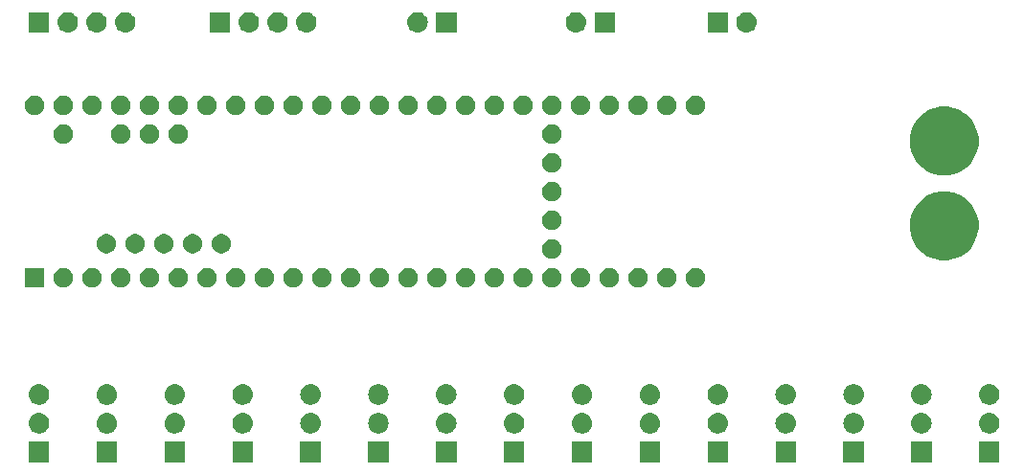
<source format=gbr>
G04 #@! TF.GenerationSoftware,KiCad,Pcbnew,(5.0.2)-1*
G04 #@! TF.CreationDate,2019-10-18T18:51:17-07:00*
G04 #@! TF.ProjectId,Arduino Project,41726475-696e-46f2-9050-726f6a656374,rev?*
G04 #@! TF.SameCoordinates,Original*
G04 #@! TF.FileFunction,Soldermask,Bot*
G04 #@! TF.FilePolarity,Negative*
%FSLAX46Y46*%
G04 Gerber Fmt 4.6, Leading zero omitted, Abs format (unit mm)*
G04 Created by KiCad (PCBNEW (5.0.2)-1) date 10/18/2019 6:51:17 PM*
%MOMM*%
%LPD*%
G01*
G04 APERTURE LIST*
%ADD10C,0.100000*%
G04 APERTURE END LIST*
D10*
G36*
X173901000Y-84901000D02*
X172099000Y-84901000D01*
X172099000Y-83099000D01*
X173901000Y-83099000D01*
X173901000Y-84901000D01*
X173901000Y-84901000D01*
G37*
G36*
X125901000Y-84901000D02*
X124099000Y-84901000D01*
X124099000Y-83099000D01*
X125901000Y-83099000D01*
X125901000Y-84901000D01*
X125901000Y-84901000D01*
G37*
G36*
X89901000Y-84901000D02*
X88099000Y-84901000D01*
X88099000Y-83099000D01*
X89901000Y-83099000D01*
X89901000Y-84901000D01*
X89901000Y-84901000D01*
G37*
G36*
X95901000Y-84901000D02*
X94099000Y-84901000D01*
X94099000Y-83099000D01*
X95901000Y-83099000D01*
X95901000Y-84901000D01*
X95901000Y-84901000D01*
G37*
G36*
X101901000Y-84901000D02*
X100099000Y-84901000D01*
X100099000Y-83099000D01*
X101901000Y-83099000D01*
X101901000Y-84901000D01*
X101901000Y-84901000D01*
G37*
G36*
X107901000Y-84901000D02*
X106099000Y-84901000D01*
X106099000Y-83099000D01*
X107901000Y-83099000D01*
X107901000Y-84901000D01*
X107901000Y-84901000D01*
G37*
G36*
X113901000Y-84901000D02*
X112099000Y-84901000D01*
X112099000Y-83099000D01*
X113901000Y-83099000D01*
X113901000Y-84901000D01*
X113901000Y-84901000D01*
G37*
G36*
X119901000Y-84901000D02*
X118099000Y-84901000D01*
X118099000Y-83099000D01*
X119901000Y-83099000D01*
X119901000Y-84901000D01*
X119901000Y-84901000D01*
G37*
G36*
X131901000Y-84901000D02*
X130099000Y-84901000D01*
X130099000Y-83099000D01*
X131901000Y-83099000D01*
X131901000Y-84901000D01*
X131901000Y-84901000D01*
G37*
G36*
X137901000Y-84901000D02*
X136099000Y-84901000D01*
X136099000Y-83099000D01*
X137901000Y-83099000D01*
X137901000Y-84901000D01*
X137901000Y-84901000D01*
G37*
G36*
X143901000Y-84901000D02*
X142099000Y-84901000D01*
X142099000Y-83099000D01*
X143901000Y-83099000D01*
X143901000Y-84901000D01*
X143901000Y-84901000D01*
G37*
G36*
X149901000Y-84901000D02*
X148099000Y-84901000D01*
X148099000Y-83099000D01*
X149901000Y-83099000D01*
X149901000Y-84901000D01*
X149901000Y-84901000D01*
G37*
G36*
X155901000Y-84901000D02*
X154099000Y-84901000D01*
X154099000Y-83099000D01*
X155901000Y-83099000D01*
X155901000Y-84901000D01*
X155901000Y-84901000D01*
G37*
G36*
X161901000Y-84901000D02*
X160099000Y-84901000D01*
X160099000Y-83099000D01*
X161901000Y-83099000D01*
X161901000Y-84901000D01*
X161901000Y-84901000D01*
G37*
G36*
X167901000Y-84901000D02*
X166099000Y-84901000D01*
X166099000Y-83099000D01*
X167901000Y-83099000D01*
X167901000Y-84901000D01*
X167901000Y-84901000D01*
G37*
G36*
X119110442Y-80565518D02*
X119176627Y-80572037D01*
X119289853Y-80606384D01*
X119346467Y-80623557D01*
X119485087Y-80697652D01*
X119502991Y-80707222D01*
X119538729Y-80736552D01*
X119640186Y-80819814D01*
X119723448Y-80921271D01*
X119752778Y-80957009D01*
X119752779Y-80957011D01*
X119836443Y-81113533D01*
X119836443Y-81113534D01*
X119887963Y-81283373D01*
X119905359Y-81460000D01*
X119887963Y-81636627D01*
X119853616Y-81749853D01*
X119836443Y-81806467D01*
X119762348Y-81945087D01*
X119752778Y-81962991D01*
X119723448Y-81998729D01*
X119640186Y-82100186D01*
X119538729Y-82183448D01*
X119502991Y-82212778D01*
X119502989Y-82212779D01*
X119346467Y-82296443D01*
X119289853Y-82313616D01*
X119176627Y-82347963D01*
X119110442Y-82354482D01*
X119044260Y-82361000D01*
X118955740Y-82361000D01*
X118889558Y-82354482D01*
X118823373Y-82347963D01*
X118710147Y-82313616D01*
X118653533Y-82296443D01*
X118497011Y-82212779D01*
X118497009Y-82212778D01*
X118461271Y-82183448D01*
X118359814Y-82100186D01*
X118276552Y-81998729D01*
X118247222Y-81962991D01*
X118237652Y-81945087D01*
X118163557Y-81806467D01*
X118146384Y-81749853D01*
X118112037Y-81636627D01*
X118094641Y-81460000D01*
X118112037Y-81283373D01*
X118163557Y-81113534D01*
X118163557Y-81113533D01*
X118247221Y-80957011D01*
X118247222Y-80957009D01*
X118276552Y-80921271D01*
X118359814Y-80819814D01*
X118461271Y-80736552D01*
X118497009Y-80707222D01*
X118514913Y-80697652D01*
X118653533Y-80623557D01*
X118710147Y-80606384D01*
X118823373Y-80572037D01*
X118889558Y-80565518D01*
X118955740Y-80559000D01*
X119044260Y-80559000D01*
X119110442Y-80565518D01*
X119110442Y-80565518D01*
G37*
G36*
X107110442Y-80565518D02*
X107176627Y-80572037D01*
X107289853Y-80606384D01*
X107346467Y-80623557D01*
X107485087Y-80697652D01*
X107502991Y-80707222D01*
X107538729Y-80736552D01*
X107640186Y-80819814D01*
X107723448Y-80921271D01*
X107752778Y-80957009D01*
X107752779Y-80957011D01*
X107836443Y-81113533D01*
X107836443Y-81113534D01*
X107887963Y-81283373D01*
X107905359Y-81460000D01*
X107887963Y-81636627D01*
X107853616Y-81749853D01*
X107836443Y-81806467D01*
X107762348Y-81945087D01*
X107752778Y-81962991D01*
X107723448Y-81998729D01*
X107640186Y-82100186D01*
X107538729Y-82183448D01*
X107502991Y-82212778D01*
X107502989Y-82212779D01*
X107346467Y-82296443D01*
X107289853Y-82313616D01*
X107176627Y-82347963D01*
X107110442Y-82354482D01*
X107044260Y-82361000D01*
X106955740Y-82361000D01*
X106889558Y-82354482D01*
X106823373Y-82347963D01*
X106710147Y-82313616D01*
X106653533Y-82296443D01*
X106497011Y-82212779D01*
X106497009Y-82212778D01*
X106461271Y-82183448D01*
X106359814Y-82100186D01*
X106276552Y-81998729D01*
X106247222Y-81962991D01*
X106237652Y-81945087D01*
X106163557Y-81806467D01*
X106146384Y-81749853D01*
X106112037Y-81636627D01*
X106094641Y-81460000D01*
X106112037Y-81283373D01*
X106163557Y-81113534D01*
X106163557Y-81113533D01*
X106247221Y-80957011D01*
X106247222Y-80957009D01*
X106276552Y-80921271D01*
X106359814Y-80819814D01*
X106461271Y-80736552D01*
X106497009Y-80707222D01*
X106514913Y-80697652D01*
X106653533Y-80623557D01*
X106710147Y-80606384D01*
X106823373Y-80572037D01*
X106889558Y-80565518D01*
X106955740Y-80559000D01*
X107044260Y-80559000D01*
X107110442Y-80565518D01*
X107110442Y-80565518D01*
G37*
G36*
X125110442Y-80565518D02*
X125176627Y-80572037D01*
X125289853Y-80606384D01*
X125346467Y-80623557D01*
X125485087Y-80697652D01*
X125502991Y-80707222D01*
X125538729Y-80736552D01*
X125640186Y-80819814D01*
X125723448Y-80921271D01*
X125752778Y-80957009D01*
X125752779Y-80957011D01*
X125836443Y-81113533D01*
X125836443Y-81113534D01*
X125887963Y-81283373D01*
X125905359Y-81460000D01*
X125887963Y-81636627D01*
X125853616Y-81749853D01*
X125836443Y-81806467D01*
X125762348Y-81945087D01*
X125752778Y-81962991D01*
X125723448Y-81998729D01*
X125640186Y-82100186D01*
X125538729Y-82183448D01*
X125502991Y-82212778D01*
X125502989Y-82212779D01*
X125346467Y-82296443D01*
X125289853Y-82313616D01*
X125176627Y-82347963D01*
X125110442Y-82354482D01*
X125044260Y-82361000D01*
X124955740Y-82361000D01*
X124889558Y-82354482D01*
X124823373Y-82347963D01*
X124710147Y-82313616D01*
X124653533Y-82296443D01*
X124497011Y-82212779D01*
X124497009Y-82212778D01*
X124461271Y-82183448D01*
X124359814Y-82100186D01*
X124276552Y-81998729D01*
X124247222Y-81962991D01*
X124237652Y-81945087D01*
X124163557Y-81806467D01*
X124146384Y-81749853D01*
X124112037Y-81636627D01*
X124094641Y-81460000D01*
X124112037Y-81283373D01*
X124163557Y-81113534D01*
X124163557Y-81113533D01*
X124247221Y-80957011D01*
X124247222Y-80957009D01*
X124276552Y-80921271D01*
X124359814Y-80819814D01*
X124461271Y-80736552D01*
X124497009Y-80707222D01*
X124514913Y-80697652D01*
X124653533Y-80623557D01*
X124710147Y-80606384D01*
X124823373Y-80572037D01*
X124889558Y-80565518D01*
X124955740Y-80559000D01*
X125044260Y-80559000D01*
X125110442Y-80565518D01*
X125110442Y-80565518D01*
G37*
G36*
X131110442Y-80565518D02*
X131176627Y-80572037D01*
X131289853Y-80606384D01*
X131346467Y-80623557D01*
X131485087Y-80697652D01*
X131502991Y-80707222D01*
X131538729Y-80736552D01*
X131640186Y-80819814D01*
X131723448Y-80921271D01*
X131752778Y-80957009D01*
X131752779Y-80957011D01*
X131836443Y-81113533D01*
X131836443Y-81113534D01*
X131887963Y-81283373D01*
X131905359Y-81460000D01*
X131887963Y-81636627D01*
X131853616Y-81749853D01*
X131836443Y-81806467D01*
X131762348Y-81945087D01*
X131752778Y-81962991D01*
X131723448Y-81998729D01*
X131640186Y-82100186D01*
X131538729Y-82183448D01*
X131502991Y-82212778D01*
X131502989Y-82212779D01*
X131346467Y-82296443D01*
X131289853Y-82313616D01*
X131176627Y-82347963D01*
X131110442Y-82354482D01*
X131044260Y-82361000D01*
X130955740Y-82361000D01*
X130889558Y-82354482D01*
X130823373Y-82347963D01*
X130710147Y-82313616D01*
X130653533Y-82296443D01*
X130497011Y-82212779D01*
X130497009Y-82212778D01*
X130461271Y-82183448D01*
X130359814Y-82100186D01*
X130276552Y-81998729D01*
X130247222Y-81962991D01*
X130237652Y-81945087D01*
X130163557Y-81806467D01*
X130146384Y-81749853D01*
X130112037Y-81636627D01*
X130094641Y-81460000D01*
X130112037Y-81283373D01*
X130163557Y-81113534D01*
X130163557Y-81113533D01*
X130247221Y-80957011D01*
X130247222Y-80957009D01*
X130276552Y-80921271D01*
X130359814Y-80819814D01*
X130461271Y-80736552D01*
X130497009Y-80707222D01*
X130514913Y-80697652D01*
X130653533Y-80623557D01*
X130710147Y-80606384D01*
X130823373Y-80572037D01*
X130889558Y-80565518D01*
X130955740Y-80559000D01*
X131044260Y-80559000D01*
X131110442Y-80565518D01*
X131110442Y-80565518D01*
G37*
G36*
X101110442Y-80565518D02*
X101176627Y-80572037D01*
X101289853Y-80606384D01*
X101346467Y-80623557D01*
X101485087Y-80697652D01*
X101502991Y-80707222D01*
X101538729Y-80736552D01*
X101640186Y-80819814D01*
X101723448Y-80921271D01*
X101752778Y-80957009D01*
X101752779Y-80957011D01*
X101836443Y-81113533D01*
X101836443Y-81113534D01*
X101887963Y-81283373D01*
X101905359Y-81460000D01*
X101887963Y-81636627D01*
X101853616Y-81749853D01*
X101836443Y-81806467D01*
X101762348Y-81945087D01*
X101752778Y-81962991D01*
X101723448Y-81998729D01*
X101640186Y-82100186D01*
X101538729Y-82183448D01*
X101502991Y-82212778D01*
X101502989Y-82212779D01*
X101346467Y-82296443D01*
X101289853Y-82313616D01*
X101176627Y-82347963D01*
X101110442Y-82354482D01*
X101044260Y-82361000D01*
X100955740Y-82361000D01*
X100889558Y-82354482D01*
X100823373Y-82347963D01*
X100710147Y-82313616D01*
X100653533Y-82296443D01*
X100497011Y-82212779D01*
X100497009Y-82212778D01*
X100461271Y-82183448D01*
X100359814Y-82100186D01*
X100276552Y-81998729D01*
X100247222Y-81962991D01*
X100237652Y-81945087D01*
X100163557Y-81806467D01*
X100146384Y-81749853D01*
X100112037Y-81636627D01*
X100094641Y-81460000D01*
X100112037Y-81283373D01*
X100163557Y-81113534D01*
X100163557Y-81113533D01*
X100247221Y-80957011D01*
X100247222Y-80957009D01*
X100276552Y-80921271D01*
X100359814Y-80819814D01*
X100461271Y-80736552D01*
X100497009Y-80707222D01*
X100514913Y-80697652D01*
X100653533Y-80623557D01*
X100710147Y-80606384D01*
X100823373Y-80572037D01*
X100889558Y-80565518D01*
X100955740Y-80559000D01*
X101044260Y-80559000D01*
X101110442Y-80565518D01*
X101110442Y-80565518D01*
G37*
G36*
X137110442Y-80565518D02*
X137176627Y-80572037D01*
X137289853Y-80606384D01*
X137346467Y-80623557D01*
X137485087Y-80697652D01*
X137502991Y-80707222D01*
X137538729Y-80736552D01*
X137640186Y-80819814D01*
X137723448Y-80921271D01*
X137752778Y-80957009D01*
X137752779Y-80957011D01*
X137836443Y-81113533D01*
X137836443Y-81113534D01*
X137887963Y-81283373D01*
X137905359Y-81460000D01*
X137887963Y-81636627D01*
X137853616Y-81749853D01*
X137836443Y-81806467D01*
X137762348Y-81945087D01*
X137752778Y-81962991D01*
X137723448Y-81998729D01*
X137640186Y-82100186D01*
X137538729Y-82183448D01*
X137502991Y-82212778D01*
X137502989Y-82212779D01*
X137346467Y-82296443D01*
X137289853Y-82313616D01*
X137176627Y-82347963D01*
X137110442Y-82354482D01*
X137044260Y-82361000D01*
X136955740Y-82361000D01*
X136889558Y-82354482D01*
X136823373Y-82347963D01*
X136710147Y-82313616D01*
X136653533Y-82296443D01*
X136497011Y-82212779D01*
X136497009Y-82212778D01*
X136461271Y-82183448D01*
X136359814Y-82100186D01*
X136276552Y-81998729D01*
X136247222Y-81962991D01*
X136237652Y-81945087D01*
X136163557Y-81806467D01*
X136146384Y-81749853D01*
X136112037Y-81636627D01*
X136094641Y-81460000D01*
X136112037Y-81283373D01*
X136163557Y-81113534D01*
X136163557Y-81113533D01*
X136247221Y-80957011D01*
X136247222Y-80957009D01*
X136276552Y-80921271D01*
X136359814Y-80819814D01*
X136461271Y-80736552D01*
X136497009Y-80707222D01*
X136514913Y-80697652D01*
X136653533Y-80623557D01*
X136710147Y-80606384D01*
X136823373Y-80572037D01*
X136889558Y-80565518D01*
X136955740Y-80559000D01*
X137044260Y-80559000D01*
X137110442Y-80565518D01*
X137110442Y-80565518D01*
G37*
G36*
X113110442Y-80565518D02*
X113176627Y-80572037D01*
X113289853Y-80606384D01*
X113346467Y-80623557D01*
X113485087Y-80697652D01*
X113502991Y-80707222D01*
X113538729Y-80736552D01*
X113640186Y-80819814D01*
X113723448Y-80921271D01*
X113752778Y-80957009D01*
X113752779Y-80957011D01*
X113836443Y-81113533D01*
X113836443Y-81113534D01*
X113887963Y-81283373D01*
X113905359Y-81460000D01*
X113887963Y-81636627D01*
X113853616Y-81749853D01*
X113836443Y-81806467D01*
X113762348Y-81945087D01*
X113752778Y-81962991D01*
X113723448Y-81998729D01*
X113640186Y-82100186D01*
X113538729Y-82183448D01*
X113502991Y-82212778D01*
X113502989Y-82212779D01*
X113346467Y-82296443D01*
X113289853Y-82313616D01*
X113176627Y-82347963D01*
X113110442Y-82354482D01*
X113044260Y-82361000D01*
X112955740Y-82361000D01*
X112889558Y-82354482D01*
X112823373Y-82347963D01*
X112710147Y-82313616D01*
X112653533Y-82296443D01*
X112497011Y-82212779D01*
X112497009Y-82212778D01*
X112461271Y-82183448D01*
X112359814Y-82100186D01*
X112276552Y-81998729D01*
X112247222Y-81962991D01*
X112237652Y-81945087D01*
X112163557Y-81806467D01*
X112146384Y-81749853D01*
X112112037Y-81636627D01*
X112094641Y-81460000D01*
X112112037Y-81283373D01*
X112163557Y-81113534D01*
X112163557Y-81113533D01*
X112247221Y-80957011D01*
X112247222Y-80957009D01*
X112276552Y-80921271D01*
X112359814Y-80819814D01*
X112461271Y-80736552D01*
X112497009Y-80707222D01*
X112514913Y-80697652D01*
X112653533Y-80623557D01*
X112710147Y-80606384D01*
X112823373Y-80572037D01*
X112889558Y-80565518D01*
X112955740Y-80559000D01*
X113044260Y-80559000D01*
X113110442Y-80565518D01*
X113110442Y-80565518D01*
G37*
G36*
X149110442Y-80565518D02*
X149176627Y-80572037D01*
X149289853Y-80606384D01*
X149346467Y-80623557D01*
X149485087Y-80697652D01*
X149502991Y-80707222D01*
X149538729Y-80736552D01*
X149640186Y-80819814D01*
X149723448Y-80921271D01*
X149752778Y-80957009D01*
X149752779Y-80957011D01*
X149836443Y-81113533D01*
X149836443Y-81113534D01*
X149887963Y-81283373D01*
X149905359Y-81460000D01*
X149887963Y-81636627D01*
X149853616Y-81749853D01*
X149836443Y-81806467D01*
X149762348Y-81945087D01*
X149752778Y-81962991D01*
X149723448Y-81998729D01*
X149640186Y-82100186D01*
X149538729Y-82183448D01*
X149502991Y-82212778D01*
X149502989Y-82212779D01*
X149346467Y-82296443D01*
X149289853Y-82313616D01*
X149176627Y-82347963D01*
X149110442Y-82354482D01*
X149044260Y-82361000D01*
X148955740Y-82361000D01*
X148889558Y-82354482D01*
X148823373Y-82347963D01*
X148710147Y-82313616D01*
X148653533Y-82296443D01*
X148497011Y-82212779D01*
X148497009Y-82212778D01*
X148461271Y-82183448D01*
X148359814Y-82100186D01*
X148276552Y-81998729D01*
X148247222Y-81962991D01*
X148237652Y-81945087D01*
X148163557Y-81806467D01*
X148146384Y-81749853D01*
X148112037Y-81636627D01*
X148094641Y-81460000D01*
X148112037Y-81283373D01*
X148163557Y-81113534D01*
X148163557Y-81113533D01*
X148247221Y-80957011D01*
X148247222Y-80957009D01*
X148276552Y-80921271D01*
X148359814Y-80819814D01*
X148461271Y-80736552D01*
X148497009Y-80707222D01*
X148514913Y-80697652D01*
X148653533Y-80623557D01*
X148710147Y-80606384D01*
X148823373Y-80572037D01*
X148889558Y-80565518D01*
X148955740Y-80559000D01*
X149044260Y-80559000D01*
X149110442Y-80565518D01*
X149110442Y-80565518D01*
G37*
G36*
X89110442Y-80565518D02*
X89176627Y-80572037D01*
X89289853Y-80606384D01*
X89346467Y-80623557D01*
X89485087Y-80697652D01*
X89502991Y-80707222D01*
X89538729Y-80736552D01*
X89640186Y-80819814D01*
X89723448Y-80921271D01*
X89752778Y-80957009D01*
X89752779Y-80957011D01*
X89836443Y-81113533D01*
X89836443Y-81113534D01*
X89887963Y-81283373D01*
X89905359Y-81460000D01*
X89887963Y-81636627D01*
X89853616Y-81749853D01*
X89836443Y-81806467D01*
X89762348Y-81945087D01*
X89752778Y-81962991D01*
X89723448Y-81998729D01*
X89640186Y-82100186D01*
X89538729Y-82183448D01*
X89502991Y-82212778D01*
X89502989Y-82212779D01*
X89346467Y-82296443D01*
X89289853Y-82313616D01*
X89176627Y-82347963D01*
X89110442Y-82354482D01*
X89044260Y-82361000D01*
X88955740Y-82361000D01*
X88889558Y-82354482D01*
X88823373Y-82347963D01*
X88710147Y-82313616D01*
X88653533Y-82296443D01*
X88497011Y-82212779D01*
X88497009Y-82212778D01*
X88461271Y-82183448D01*
X88359814Y-82100186D01*
X88276552Y-81998729D01*
X88247222Y-81962991D01*
X88237652Y-81945087D01*
X88163557Y-81806467D01*
X88146384Y-81749853D01*
X88112037Y-81636627D01*
X88094641Y-81460000D01*
X88112037Y-81283373D01*
X88163557Y-81113534D01*
X88163557Y-81113533D01*
X88247221Y-80957011D01*
X88247222Y-80957009D01*
X88276552Y-80921271D01*
X88359814Y-80819814D01*
X88461271Y-80736552D01*
X88497009Y-80707222D01*
X88514913Y-80697652D01*
X88653533Y-80623557D01*
X88710147Y-80606384D01*
X88823373Y-80572037D01*
X88889558Y-80565518D01*
X88955740Y-80559000D01*
X89044260Y-80559000D01*
X89110442Y-80565518D01*
X89110442Y-80565518D01*
G37*
G36*
X155110442Y-80565518D02*
X155176627Y-80572037D01*
X155289853Y-80606384D01*
X155346467Y-80623557D01*
X155485087Y-80697652D01*
X155502991Y-80707222D01*
X155538729Y-80736552D01*
X155640186Y-80819814D01*
X155723448Y-80921271D01*
X155752778Y-80957009D01*
X155752779Y-80957011D01*
X155836443Y-81113533D01*
X155836443Y-81113534D01*
X155887963Y-81283373D01*
X155905359Y-81460000D01*
X155887963Y-81636627D01*
X155853616Y-81749853D01*
X155836443Y-81806467D01*
X155762348Y-81945087D01*
X155752778Y-81962991D01*
X155723448Y-81998729D01*
X155640186Y-82100186D01*
X155538729Y-82183448D01*
X155502991Y-82212778D01*
X155502989Y-82212779D01*
X155346467Y-82296443D01*
X155289853Y-82313616D01*
X155176627Y-82347963D01*
X155110442Y-82354482D01*
X155044260Y-82361000D01*
X154955740Y-82361000D01*
X154889558Y-82354482D01*
X154823373Y-82347963D01*
X154710147Y-82313616D01*
X154653533Y-82296443D01*
X154497011Y-82212779D01*
X154497009Y-82212778D01*
X154461271Y-82183448D01*
X154359814Y-82100186D01*
X154276552Y-81998729D01*
X154247222Y-81962991D01*
X154237652Y-81945087D01*
X154163557Y-81806467D01*
X154146384Y-81749853D01*
X154112037Y-81636627D01*
X154094641Y-81460000D01*
X154112037Y-81283373D01*
X154163557Y-81113534D01*
X154163557Y-81113533D01*
X154247221Y-80957011D01*
X154247222Y-80957009D01*
X154276552Y-80921271D01*
X154359814Y-80819814D01*
X154461271Y-80736552D01*
X154497009Y-80707222D01*
X154514913Y-80697652D01*
X154653533Y-80623557D01*
X154710147Y-80606384D01*
X154823373Y-80572037D01*
X154889558Y-80565518D01*
X154955740Y-80559000D01*
X155044260Y-80559000D01*
X155110442Y-80565518D01*
X155110442Y-80565518D01*
G37*
G36*
X161110442Y-80565518D02*
X161176627Y-80572037D01*
X161289853Y-80606384D01*
X161346467Y-80623557D01*
X161485087Y-80697652D01*
X161502991Y-80707222D01*
X161538729Y-80736552D01*
X161640186Y-80819814D01*
X161723448Y-80921271D01*
X161752778Y-80957009D01*
X161752779Y-80957011D01*
X161836443Y-81113533D01*
X161836443Y-81113534D01*
X161887963Y-81283373D01*
X161905359Y-81460000D01*
X161887963Y-81636627D01*
X161853616Y-81749853D01*
X161836443Y-81806467D01*
X161762348Y-81945087D01*
X161752778Y-81962991D01*
X161723448Y-81998729D01*
X161640186Y-82100186D01*
X161538729Y-82183448D01*
X161502991Y-82212778D01*
X161502989Y-82212779D01*
X161346467Y-82296443D01*
X161289853Y-82313616D01*
X161176627Y-82347963D01*
X161110442Y-82354482D01*
X161044260Y-82361000D01*
X160955740Y-82361000D01*
X160889558Y-82354482D01*
X160823373Y-82347963D01*
X160710147Y-82313616D01*
X160653533Y-82296443D01*
X160497011Y-82212779D01*
X160497009Y-82212778D01*
X160461271Y-82183448D01*
X160359814Y-82100186D01*
X160276552Y-81998729D01*
X160247222Y-81962991D01*
X160237652Y-81945087D01*
X160163557Y-81806467D01*
X160146384Y-81749853D01*
X160112037Y-81636627D01*
X160094641Y-81460000D01*
X160112037Y-81283373D01*
X160163557Y-81113534D01*
X160163557Y-81113533D01*
X160247221Y-80957011D01*
X160247222Y-80957009D01*
X160276552Y-80921271D01*
X160359814Y-80819814D01*
X160461271Y-80736552D01*
X160497009Y-80707222D01*
X160514913Y-80697652D01*
X160653533Y-80623557D01*
X160710147Y-80606384D01*
X160823373Y-80572037D01*
X160889558Y-80565518D01*
X160955740Y-80559000D01*
X161044260Y-80559000D01*
X161110442Y-80565518D01*
X161110442Y-80565518D01*
G37*
G36*
X167110442Y-80565518D02*
X167176627Y-80572037D01*
X167289853Y-80606384D01*
X167346467Y-80623557D01*
X167485087Y-80697652D01*
X167502991Y-80707222D01*
X167538729Y-80736552D01*
X167640186Y-80819814D01*
X167723448Y-80921271D01*
X167752778Y-80957009D01*
X167752779Y-80957011D01*
X167836443Y-81113533D01*
X167836443Y-81113534D01*
X167887963Y-81283373D01*
X167905359Y-81460000D01*
X167887963Y-81636627D01*
X167853616Y-81749853D01*
X167836443Y-81806467D01*
X167762348Y-81945087D01*
X167752778Y-81962991D01*
X167723448Y-81998729D01*
X167640186Y-82100186D01*
X167538729Y-82183448D01*
X167502991Y-82212778D01*
X167502989Y-82212779D01*
X167346467Y-82296443D01*
X167289853Y-82313616D01*
X167176627Y-82347963D01*
X167110442Y-82354482D01*
X167044260Y-82361000D01*
X166955740Y-82361000D01*
X166889558Y-82354482D01*
X166823373Y-82347963D01*
X166710147Y-82313616D01*
X166653533Y-82296443D01*
X166497011Y-82212779D01*
X166497009Y-82212778D01*
X166461271Y-82183448D01*
X166359814Y-82100186D01*
X166276552Y-81998729D01*
X166247222Y-81962991D01*
X166237652Y-81945087D01*
X166163557Y-81806467D01*
X166146384Y-81749853D01*
X166112037Y-81636627D01*
X166094641Y-81460000D01*
X166112037Y-81283373D01*
X166163557Y-81113534D01*
X166163557Y-81113533D01*
X166247221Y-80957011D01*
X166247222Y-80957009D01*
X166276552Y-80921271D01*
X166359814Y-80819814D01*
X166461271Y-80736552D01*
X166497009Y-80707222D01*
X166514913Y-80697652D01*
X166653533Y-80623557D01*
X166710147Y-80606384D01*
X166823373Y-80572037D01*
X166889558Y-80565518D01*
X166955740Y-80559000D01*
X167044260Y-80559000D01*
X167110442Y-80565518D01*
X167110442Y-80565518D01*
G37*
G36*
X143110442Y-80565518D02*
X143176627Y-80572037D01*
X143289853Y-80606384D01*
X143346467Y-80623557D01*
X143485087Y-80697652D01*
X143502991Y-80707222D01*
X143538729Y-80736552D01*
X143640186Y-80819814D01*
X143723448Y-80921271D01*
X143752778Y-80957009D01*
X143752779Y-80957011D01*
X143836443Y-81113533D01*
X143836443Y-81113534D01*
X143887963Y-81283373D01*
X143905359Y-81460000D01*
X143887963Y-81636627D01*
X143853616Y-81749853D01*
X143836443Y-81806467D01*
X143762348Y-81945087D01*
X143752778Y-81962991D01*
X143723448Y-81998729D01*
X143640186Y-82100186D01*
X143538729Y-82183448D01*
X143502991Y-82212778D01*
X143502989Y-82212779D01*
X143346467Y-82296443D01*
X143289853Y-82313616D01*
X143176627Y-82347963D01*
X143110442Y-82354482D01*
X143044260Y-82361000D01*
X142955740Y-82361000D01*
X142889558Y-82354482D01*
X142823373Y-82347963D01*
X142710147Y-82313616D01*
X142653533Y-82296443D01*
X142497011Y-82212779D01*
X142497009Y-82212778D01*
X142461271Y-82183448D01*
X142359814Y-82100186D01*
X142276552Y-81998729D01*
X142247222Y-81962991D01*
X142237652Y-81945087D01*
X142163557Y-81806467D01*
X142146384Y-81749853D01*
X142112037Y-81636627D01*
X142094641Y-81460000D01*
X142112037Y-81283373D01*
X142163557Y-81113534D01*
X142163557Y-81113533D01*
X142247221Y-80957011D01*
X142247222Y-80957009D01*
X142276552Y-80921271D01*
X142359814Y-80819814D01*
X142461271Y-80736552D01*
X142497009Y-80707222D01*
X142514913Y-80697652D01*
X142653533Y-80623557D01*
X142710147Y-80606384D01*
X142823373Y-80572037D01*
X142889558Y-80565518D01*
X142955740Y-80559000D01*
X143044260Y-80559000D01*
X143110442Y-80565518D01*
X143110442Y-80565518D01*
G37*
G36*
X173110442Y-80565518D02*
X173176627Y-80572037D01*
X173289853Y-80606384D01*
X173346467Y-80623557D01*
X173485087Y-80697652D01*
X173502991Y-80707222D01*
X173538729Y-80736552D01*
X173640186Y-80819814D01*
X173723448Y-80921271D01*
X173752778Y-80957009D01*
X173752779Y-80957011D01*
X173836443Y-81113533D01*
X173836443Y-81113534D01*
X173887963Y-81283373D01*
X173905359Y-81460000D01*
X173887963Y-81636627D01*
X173853616Y-81749853D01*
X173836443Y-81806467D01*
X173762348Y-81945087D01*
X173752778Y-81962991D01*
X173723448Y-81998729D01*
X173640186Y-82100186D01*
X173538729Y-82183448D01*
X173502991Y-82212778D01*
X173502989Y-82212779D01*
X173346467Y-82296443D01*
X173289853Y-82313616D01*
X173176627Y-82347963D01*
X173110442Y-82354482D01*
X173044260Y-82361000D01*
X172955740Y-82361000D01*
X172889558Y-82354482D01*
X172823373Y-82347963D01*
X172710147Y-82313616D01*
X172653533Y-82296443D01*
X172497011Y-82212779D01*
X172497009Y-82212778D01*
X172461271Y-82183448D01*
X172359814Y-82100186D01*
X172276552Y-81998729D01*
X172247222Y-81962991D01*
X172237652Y-81945087D01*
X172163557Y-81806467D01*
X172146384Y-81749853D01*
X172112037Y-81636627D01*
X172094641Y-81460000D01*
X172112037Y-81283373D01*
X172163557Y-81113534D01*
X172163557Y-81113533D01*
X172247221Y-80957011D01*
X172247222Y-80957009D01*
X172276552Y-80921271D01*
X172359814Y-80819814D01*
X172461271Y-80736552D01*
X172497009Y-80707222D01*
X172514913Y-80697652D01*
X172653533Y-80623557D01*
X172710147Y-80606384D01*
X172823373Y-80572037D01*
X172889558Y-80565518D01*
X172955740Y-80559000D01*
X173044260Y-80559000D01*
X173110442Y-80565518D01*
X173110442Y-80565518D01*
G37*
G36*
X95110442Y-80565518D02*
X95176627Y-80572037D01*
X95289853Y-80606384D01*
X95346467Y-80623557D01*
X95485087Y-80697652D01*
X95502991Y-80707222D01*
X95538729Y-80736552D01*
X95640186Y-80819814D01*
X95723448Y-80921271D01*
X95752778Y-80957009D01*
X95752779Y-80957011D01*
X95836443Y-81113533D01*
X95836443Y-81113534D01*
X95887963Y-81283373D01*
X95905359Y-81460000D01*
X95887963Y-81636627D01*
X95853616Y-81749853D01*
X95836443Y-81806467D01*
X95762348Y-81945087D01*
X95752778Y-81962991D01*
X95723448Y-81998729D01*
X95640186Y-82100186D01*
X95538729Y-82183448D01*
X95502991Y-82212778D01*
X95502989Y-82212779D01*
X95346467Y-82296443D01*
X95289853Y-82313616D01*
X95176627Y-82347963D01*
X95110442Y-82354482D01*
X95044260Y-82361000D01*
X94955740Y-82361000D01*
X94889558Y-82354482D01*
X94823373Y-82347963D01*
X94710147Y-82313616D01*
X94653533Y-82296443D01*
X94497011Y-82212779D01*
X94497009Y-82212778D01*
X94461271Y-82183448D01*
X94359814Y-82100186D01*
X94276552Y-81998729D01*
X94247222Y-81962991D01*
X94237652Y-81945087D01*
X94163557Y-81806467D01*
X94146384Y-81749853D01*
X94112037Y-81636627D01*
X94094641Y-81460000D01*
X94112037Y-81283373D01*
X94163557Y-81113534D01*
X94163557Y-81113533D01*
X94247221Y-80957011D01*
X94247222Y-80957009D01*
X94276552Y-80921271D01*
X94359814Y-80819814D01*
X94461271Y-80736552D01*
X94497009Y-80707222D01*
X94514913Y-80697652D01*
X94653533Y-80623557D01*
X94710147Y-80606384D01*
X94823373Y-80572037D01*
X94889558Y-80565518D01*
X94955740Y-80559000D01*
X95044260Y-80559000D01*
X95110442Y-80565518D01*
X95110442Y-80565518D01*
G37*
G36*
X167110442Y-78025518D02*
X167176627Y-78032037D01*
X167289853Y-78066384D01*
X167346467Y-78083557D01*
X167485087Y-78157652D01*
X167502991Y-78167222D01*
X167538729Y-78196552D01*
X167640186Y-78279814D01*
X167723448Y-78381271D01*
X167752778Y-78417009D01*
X167752779Y-78417011D01*
X167836443Y-78573533D01*
X167836443Y-78573534D01*
X167887963Y-78743373D01*
X167905359Y-78920000D01*
X167887963Y-79096627D01*
X167853616Y-79209853D01*
X167836443Y-79266467D01*
X167762348Y-79405087D01*
X167752778Y-79422991D01*
X167723448Y-79458729D01*
X167640186Y-79560186D01*
X167538729Y-79643448D01*
X167502991Y-79672778D01*
X167502989Y-79672779D01*
X167346467Y-79756443D01*
X167289853Y-79773616D01*
X167176627Y-79807963D01*
X167110443Y-79814481D01*
X167044260Y-79821000D01*
X166955740Y-79821000D01*
X166889557Y-79814481D01*
X166823373Y-79807963D01*
X166710147Y-79773616D01*
X166653533Y-79756443D01*
X166497011Y-79672779D01*
X166497009Y-79672778D01*
X166461271Y-79643448D01*
X166359814Y-79560186D01*
X166276552Y-79458729D01*
X166247222Y-79422991D01*
X166237652Y-79405087D01*
X166163557Y-79266467D01*
X166146384Y-79209853D01*
X166112037Y-79096627D01*
X166094641Y-78920000D01*
X166112037Y-78743373D01*
X166163557Y-78573534D01*
X166163557Y-78573533D01*
X166247221Y-78417011D01*
X166247222Y-78417009D01*
X166276552Y-78381271D01*
X166359814Y-78279814D01*
X166461271Y-78196552D01*
X166497009Y-78167222D01*
X166514913Y-78157652D01*
X166653533Y-78083557D01*
X166710147Y-78066384D01*
X166823373Y-78032037D01*
X166889558Y-78025518D01*
X166955740Y-78019000D01*
X167044260Y-78019000D01*
X167110442Y-78025518D01*
X167110442Y-78025518D01*
G37*
G36*
X143110442Y-78025518D02*
X143176627Y-78032037D01*
X143289853Y-78066384D01*
X143346467Y-78083557D01*
X143485087Y-78157652D01*
X143502991Y-78167222D01*
X143538729Y-78196552D01*
X143640186Y-78279814D01*
X143723448Y-78381271D01*
X143752778Y-78417009D01*
X143752779Y-78417011D01*
X143836443Y-78573533D01*
X143836443Y-78573534D01*
X143887963Y-78743373D01*
X143905359Y-78920000D01*
X143887963Y-79096627D01*
X143853616Y-79209853D01*
X143836443Y-79266467D01*
X143762348Y-79405087D01*
X143752778Y-79422991D01*
X143723448Y-79458729D01*
X143640186Y-79560186D01*
X143538729Y-79643448D01*
X143502991Y-79672778D01*
X143502989Y-79672779D01*
X143346467Y-79756443D01*
X143289853Y-79773616D01*
X143176627Y-79807963D01*
X143110443Y-79814481D01*
X143044260Y-79821000D01*
X142955740Y-79821000D01*
X142889557Y-79814481D01*
X142823373Y-79807963D01*
X142710147Y-79773616D01*
X142653533Y-79756443D01*
X142497011Y-79672779D01*
X142497009Y-79672778D01*
X142461271Y-79643448D01*
X142359814Y-79560186D01*
X142276552Y-79458729D01*
X142247222Y-79422991D01*
X142237652Y-79405087D01*
X142163557Y-79266467D01*
X142146384Y-79209853D01*
X142112037Y-79096627D01*
X142094641Y-78920000D01*
X142112037Y-78743373D01*
X142163557Y-78573534D01*
X142163557Y-78573533D01*
X142247221Y-78417011D01*
X142247222Y-78417009D01*
X142276552Y-78381271D01*
X142359814Y-78279814D01*
X142461271Y-78196552D01*
X142497009Y-78167222D01*
X142514913Y-78157652D01*
X142653533Y-78083557D01*
X142710147Y-78066384D01*
X142823373Y-78032037D01*
X142889558Y-78025518D01*
X142955740Y-78019000D01*
X143044260Y-78019000D01*
X143110442Y-78025518D01*
X143110442Y-78025518D01*
G37*
G36*
X137110442Y-78025518D02*
X137176627Y-78032037D01*
X137289853Y-78066384D01*
X137346467Y-78083557D01*
X137485087Y-78157652D01*
X137502991Y-78167222D01*
X137538729Y-78196552D01*
X137640186Y-78279814D01*
X137723448Y-78381271D01*
X137752778Y-78417009D01*
X137752779Y-78417011D01*
X137836443Y-78573533D01*
X137836443Y-78573534D01*
X137887963Y-78743373D01*
X137905359Y-78920000D01*
X137887963Y-79096627D01*
X137853616Y-79209853D01*
X137836443Y-79266467D01*
X137762348Y-79405087D01*
X137752778Y-79422991D01*
X137723448Y-79458729D01*
X137640186Y-79560186D01*
X137538729Y-79643448D01*
X137502991Y-79672778D01*
X137502989Y-79672779D01*
X137346467Y-79756443D01*
X137289853Y-79773616D01*
X137176627Y-79807963D01*
X137110443Y-79814481D01*
X137044260Y-79821000D01*
X136955740Y-79821000D01*
X136889557Y-79814481D01*
X136823373Y-79807963D01*
X136710147Y-79773616D01*
X136653533Y-79756443D01*
X136497011Y-79672779D01*
X136497009Y-79672778D01*
X136461271Y-79643448D01*
X136359814Y-79560186D01*
X136276552Y-79458729D01*
X136247222Y-79422991D01*
X136237652Y-79405087D01*
X136163557Y-79266467D01*
X136146384Y-79209853D01*
X136112037Y-79096627D01*
X136094641Y-78920000D01*
X136112037Y-78743373D01*
X136163557Y-78573534D01*
X136163557Y-78573533D01*
X136247221Y-78417011D01*
X136247222Y-78417009D01*
X136276552Y-78381271D01*
X136359814Y-78279814D01*
X136461271Y-78196552D01*
X136497009Y-78167222D01*
X136514913Y-78157652D01*
X136653533Y-78083557D01*
X136710147Y-78066384D01*
X136823373Y-78032037D01*
X136889558Y-78025518D01*
X136955740Y-78019000D01*
X137044260Y-78019000D01*
X137110442Y-78025518D01*
X137110442Y-78025518D01*
G37*
G36*
X149110442Y-78025518D02*
X149176627Y-78032037D01*
X149289853Y-78066384D01*
X149346467Y-78083557D01*
X149485087Y-78157652D01*
X149502991Y-78167222D01*
X149538729Y-78196552D01*
X149640186Y-78279814D01*
X149723448Y-78381271D01*
X149752778Y-78417009D01*
X149752779Y-78417011D01*
X149836443Y-78573533D01*
X149836443Y-78573534D01*
X149887963Y-78743373D01*
X149905359Y-78920000D01*
X149887963Y-79096627D01*
X149853616Y-79209853D01*
X149836443Y-79266467D01*
X149762348Y-79405087D01*
X149752778Y-79422991D01*
X149723448Y-79458729D01*
X149640186Y-79560186D01*
X149538729Y-79643448D01*
X149502991Y-79672778D01*
X149502989Y-79672779D01*
X149346467Y-79756443D01*
X149289853Y-79773616D01*
X149176627Y-79807963D01*
X149110443Y-79814481D01*
X149044260Y-79821000D01*
X148955740Y-79821000D01*
X148889557Y-79814481D01*
X148823373Y-79807963D01*
X148710147Y-79773616D01*
X148653533Y-79756443D01*
X148497011Y-79672779D01*
X148497009Y-79672778D01*
X148461271Y-79643448D01*
X148359814Y-79560186D01*
X148276552Y-79458729D01*
X148247222Y-79422991D01*
X148237652Y-79405087D01*
X148163557Y-79266467D01*
X148146384Y-79209853D01*
X148112037Y-79096627D01*
X148094641Y-78920000D01*
X148112037Y-78743373D01*
X148163557Y-78573534D01*
X148163557Y-78573533D01*
X148247221Y-78417011D01*
X148247222Y-78417009D01*
X148276552Y-78381271D01*
X148359814Y-78279814D01*
X148461271Y-78196552D01*
X148497009Y-78167222D01*
X148514913Y-78157652D01*
X148653533Y-78083557D01*
X148710147Y-78066384D01*
X148823373Y-78032037D01*
X148889558Y-78025518D01*
X148955740Y-78019000D01*
X149044260Y-78019000D01*
X149110442Y-78025518D01*
X149110442Y-78025518D01*
G37*
G36*
X155110442Y-78025518D02*
X155176627Y-78032037D01*
X155289853Y-78066384D01*
X155346467Y-78083557D01*
X155485087Y-78157652D01*
X155502991Y-78167222D01*
X155538729Y-78196552D01*
X155640186Y-78279814D01*
X155723448Y-78381271D01*
X155752778Y-78417009D01*
X155752779Y-78417011D01*
X155836443Y-78573533D01*
X155836443Y-78573534D01*
X155887963Y-78743373D01*
X155905359Y-78920000D01*
X155887963Y-79096627D01*
X155853616Y-79209853D01*
X155836443Y-79266467D01*
X155762348Y-79405087D01*
X155752778Y-79422991D01*
X155723448Y-79458729D01*
X155640186Y-79560186D01*
X155538729Y-79643448D01*
X155502991Y-79672778D01*
X155502989Y-79672779D01*
X155346467Y-79756443D01*
X155289853Y-79773616D01*
X155176627Y-79807963D01*
X155110443Y-79814481D01*
X155044260Y-79821000D01*
X154955740Y-79821000D01*
X154889557Y-79814481D01*
X154823373Y-79807963D01*
X154710147Y-79773616D01*
X154653533Y-79756443D01*
X154497011Y-79672779D01*
X154497009Y-79672778D01*
X154461271Y-79643448D01*
X154359814Y-79560186D01*
X154276552Y-79458729D01*
X154247222Y-79422991D01*
X154237652Y-79405087D01*
X154163557Y-79266467D01*
X154146384Y-79209853D01*
X154112037Y-79096627D01*
X154094641Y-78920000D01*
X154112037Y-78743373D01*
X154163557Y-78573534D01*
X154163557Y-78573533D01*
X154247221Y-78417011D01*
X154247222Y-78417009D01*
X154276552Y-78381271D01*
X154359814Y-78279814D01*
X154461271Y-78196552D01*
X154497009Y-78167222D01*
X154514913Y-78157652D01*
X154653533Y-78083557D01*
X154710147Y-78066384D01*
X154823373Y-78032037D01*
X154889558Y-78025518D01*
X154955740Y-78019000D01*
X155044260Y-78019000D01*
X155110442Y-78025518D01*
X155110442Y-78025518D01*
G37*
G36*
X161110442Y-78025518D02*
X161176627Y-78032037D01*
X161289853Y-78066384D01*
X161346467Y-78083557D01*
X161485087Y-78157652D01*
X161502991Y-78167222D01*
X161538729Y-78196552D01*
X161640186Y-78279814D01*
X161723448Y-78381271D01*
X161752778Y-78417009D01*
X161752779Y-78417011D01*
X161836443Y-78573533D01*
X161836443Y-78573534D01*
X161887963Y-78743373D01*
X161905359Y-78920000D01*
X161887963Y-79096627D01*
X161853616Y-79209853D01*
X161836443Y-79266467D01*
X161762348Y-79405087D01*
X161752778Y-79422991D01*
X161723448Y-79458729D01*
X161640186Y-79560186D01*
X161538729Y-79643448D01*
X161502991Y-79672778D01*
X161502989Y-79672779D01*
X161346467Y-79756443D01*
X161289853Y-79773616D01*
X161176627Y-79807963D01*
X161110443Y-79814481D01*
X161044260Y-79821000D01*
X160955740Y-79821000D01*
X160889557Y-79814481D01*
X160823373Y-79807963D01*
X160710147Y-79773616D01*
X160653533Y-79756443D01*
X160497011Y-79672779D01*
X160497009Y-79672778D01*
X160461271Y-79643448D01*
X160359814Y-79560186D01*
X160276552Y-79458729D01*
X160247222Y-79422991D01*
X160237652Y-79405087D01*
X160163557Y-79266467D01*
X160146384Y-79209853D01*
X160112037Y-79096627D01*
X160094641Y-78920000D01*
X160112037Y-78743373D01*
X160163557Y-78573534D01*
X160163557Y-78573533D01*
X160247221Y-78417011D01*
X160247222Y-78417009D01*
X160276552Y-78381271D01*
X160359814Y-78279814D01*
X160461271Y-78196552D01*
X160497009Y-78167222D01*
X160514913Y-78157652D01*
X160653533Y-78083557D01*
X160710147Y-78066384D01*
X160823373Y-78032037D01*
X160889558Y-78025518D01*
X160955740Y-78019000D01*
X161044260Y-78019000D01*
X161110442Y-78025518D01*
X161110442Y-78025518D01*
G37*
G36*
X131110442Y-78025518D02*
X131176627Y-78032037D01*
X131289853Y-78066384D01*
X131346467Y-78083557D01*
X131485087Y-78157652D01*
X131502991Y-78167222D01*
X131538729Y-78196552D01*
X131640186Y-78279814D01*
X131723448Y-78381271D01*
X131752778Y-78417009D01*
X131752779Y-78417011D01*
X131836443Y-78573533D01*
X131836443Y-78573534D01*
X131887963Y-78743373D01*
X131905359Y-78920000D01*
X131887963Y-79096627D01*
X131853616Y-79209853D01*
X131836443Y-79266467D01*
X131762348Y-79405087D01*
X131752778Y-79422991D01*
X131723448Y-79458729D01*
X131640186Y-79560186D01*
X131538729Y-79643448D01*
X131502991Y-79672778D01*
X131502989Y-79672779D01*
X131346467Y-79756443D01*
X131289853Y-79773616D01*
X131176627Y-79807963D01*
X131110443Y-79814481D01*
X131044260Y-79821000D01*
X130955740Y-79821000D01*
X130889557Y-79814481D01*
X130823373Y-79807963D01*
X130710147Y-79773616D01*
X130653533Y-79756443D01*
X130497011Y-79672779D01*
X130497009Y-79672778D01*
X130461271Y-79643448D01*
X130359814Y-79560186D01*
X130276552Y-79458729D01*
X130247222Y-79422991D01*
X130237652Y-79405087D01*
X130163557Y-79266467D01*
X130146384Y-79209853D01*
X130112037Y-79096627D01*
X130094641Y-78920000D01*
X130112037Y-78743373D01*
X130163557Y-78573534D01*
X130163557Y-78573533D01*
X130247221Y-78417011D01*
X130247222Y-78417009D01*
X130276552Y-78381271D01*
X130359814Y-78279814D01*
X130461271Y-78196552D01*
X130497009Y-78167222D01*
X130514913Y-78157652D01*
X130653533Y-78083557D01*
X130710147Y-78066384D01*
X130823373Y-78032037D01*
X130889558Y-78025518D01*
X130955740Y-78019000D01*
X131044260Y-78019000D01*
X131110442Y-78025518D01*
X131110442Y-78025518D01*
G37*
G36*
X95110442Y-78025518D02*
X95176627Y-78032037D01*
X95289853Y-78066384D01*
X95346467Y-78083557D01*
X95485087Y-78157652D01*
X95502991Y-78167222D01*
X95538729Y-78196552D01*
X95640186Y-78279814D01*
X95723448Y-78381271D01*
X95752778Y-78417009D01*
X95752779Y-78417011D01*
X95836443Y-78573533D01*
X95836443Y-78573534D01*
X95887963Y-78743373D01*
X95905359Y-78920000D01*
X95887963Y-79096627D01*
X95853616Y-79209853D01*
X95836443Y-79266467D01*
X95762348Y-79405087D01*
X95752778Y-79422991D01*
X95723448Y-79458729D01*
X95640186Y-79560186D01*
X95538729Y-79643448D01*
X95502991Y-79672778D01*
X95502989Y-79672779D01*
X95346467Y-79756443D01*
X95289853Y-79773616D01*
X95176627Y-79807963D01*
X95110443Y-79814481D01*
X95044260Y-79821000D01*
X94955740Y-79821000D01*
X94889557Y-79814481D01*
X94823373Y-79807963D01*
X94710147Y-79773616D01*
X94653533Y-79756443D01*
X94497011Y-79672779D01*
X94497009Y-79672778D01*
X94461271Y-79643448D01*
X94359814Y-79560186D01*
X94276552Y-79458729D01*
X94247222Y-79422991D01*
X94237652Y-79405087D01*
X94163557Y-79266467D01*
X94146384Y-79209853D01*
X94112037Y-79096627D01*
X94094641Y-78920000D01*
X94112037Y-78743373D01*
X94163557Y-78573534D01*
X94163557Y-78573533D01*
X94247221Y-78417011D01*
X94247222Y-78417009D01*
X94276552Y-78381271D01*
X94359814Y-78279814D01*
X94461271Y-78196552D01*
X94497009Y-78167222D01*
X94514913Y-78157652D01*
X94653533Y-78083557D01*
X94710147Y-78066384D01*
X94823373Y-78032037D01*
X94889558Y-78025518D01*
X94955740Y-78019000D01*
X95044260Y-78019000D01*
X95110442Y-78025518D01*
X95110442Y-78025518D01*
G37*
G36*
X101110442Y-78025518D02*
X101176627Y-78032037D01*
X101289853Y-78066384D01*
X101346467Y-78083557D01*
X101485087Y-78157652D01*
X101502991Y-78167222D01*
X101538729Y-78196552D01*
X101640186Y-78279814D01*
X101723448Y-78381271D01*
X101752778Y-78417009D01*
X101752779Y-78417011D01*
X101836443Y-78573533D01*
X101836443Y-78573534D01*
X101887963Y-78743373D01*
X101905359Y-78920000D01*
X101887963Y-79096627D01*
X101853616Y-79209853D01*
X101836443Y-79266467D01*
X101762348Y-79405087D01*
X101752778Y-79422991D01*
X101723448Y-79458729D01*
X101640186Y-79560186D01*
X101538729Y-79643448D01*
X101502991Y-79672778D01*
X101502989Y-79672779D01*
X101346467Y-79756443D01*
X101289853Y-79773616D01*
X101176627Y-79807963D01*
X101110443Y-79814481D01*
X101044260Y-79821000D01*
X100955740Y-79821000D01*
X100889557Y-79814481D01*
X100823373Y-79807963D01*
X100710147Y-79773616D01*
X100653533Y-79756443D01*
X100497011Y-79672779D01*
X100497009Y-79672778D01*
X100461271Y-79643448D01*
X100359814Y-79560186D01*
X100276552Y-79458729D01*
X100247222Y-79422991D01*
X100237652Y-79405087D01*
X100163557Y-79266467D01*
X100146384Y-79209853D01*
X100112037Y-79096627D01*
X100094641Y-78920000D01*
X100112037Y-78743373D01*
X100163557Y-78573534D01*
X100163557Y-78573533D01*
X100247221Y-78417011D01*
X100247222Y-78417009D01*
X100276552Y-78381271D01*
X100359814Y-78279814D01*
X100461271Y-78196552D01*
X100497009Y-78167222D01*
X100514913Y-78157652D01*
X100653533Y-78083557D01*
X100710147Y-78066384D01*
X100823373Y-78032037D01*
X100889558Y-78025518D01*
X100955740Y-78019000D01*
X101044260Y-78019000D01*
X101110442Y-78025518D01*
X101110442Y-78025518D01*
G37*
G36*
X107110442Y-78025518D02*
X107176627Y-78032037D01*
X107289853Y-78066384D01*
X107346467Y-78083557D01*
X107485087Y-78157652D01*
X107502991Y-78167222D01*
X107538729Y-78196552D01*
X107640186Y-78279814D01*
X107723448Y-78381271D01*
X107752778Y-78417009D01*
X107752779Y-78417011D01*
X107836443Y-78573533D01*
X107836443Y-78573534D01*
X107887963Y-78743373D01*
X107905359Y-78920000D01*
X107887963Y-79096627D01*
X107853616Y-79209853D01*
X107836443Y-79266467D01*
X107762348Y-79405087D01*
X107752778Y-79422991D01*
X107723448Y-79458729D01*
X107640186Y-79560186D01*
X107538729Y-79643448D01*
X107502991Y-79672778D01*
X107502989Y-79672779D01*
X107346467Y-79756443D01*
X107289853Y-79773616D01*
X107176627Y-79807963D01*
X107110443Y-79814481D01*
X107044260Y-79821000D01*
X106955740Y-79821000D01*
X106889557Y-79814481D01*
X106823373Y-79807963D01*
X106710147Y-79773616D01*
X106653533Y-79756443D01*
X106497011Y-79672779D01*
X106497009Y-79672778D01*
X106461271Y-79643448D01*
X106359814Y-79560186D01*
X106276552Y-79458729D01*
X106247222Y-79422991D01*
X106237652Y-79405087D01*
X106163557Y-79266467D01*
X106146384Y-79209853D01*
X106112037Y-79096627D01*
X106094641Y-78920000D01*
X106112037Y-78743373D01*
X106163557Y-78573534D01*
X106163557Y-78573533D01*
X106247221Y-78417011D01*
X106247222Y-78417009D01*
X106276552Y-78381271D01*
X106359814Y-78279814D01*
X106461271Y-78196552D01*
X106497009Y-78167222D01*
X106514913Y-78157652D01*
X106653533Y-78083557D01*
X106710147Y-78066384D01*
X106823373Y-78032037D01*
X106889558Y-78025518D01*
X106955740Y-78019000D01*
X107044260Y-78019000D01*
X107110442Y-78025518D01*
X107110442Y-78025518D01*
G37*
G36*
X113110442Y-78025518D02*
X113176627Y-78032037D01*
X113289853Y-78066384D01*
X113346467Y-78083557D01*
X113485087Y-78157652D01*
X113502991Y-78167222D01*
X113538729Y-78196552D01*
X113640186Y-78279814D01*
X113723448Y-78381271D01*
X113752778Y-78417009D01*
X113752779Y-78417011D01*
X113836443Y-78573533D01*
X113836443Y-78573534D01*
X113887963Y-78743373D01*
X113905359Y-78920000D01*
X113887963Y-79096627D01*
X113853616Y-79209853D01*
X113836443Y-79266467D01*
X113762348Y-79405087D01*
X113752778Y-79422991D01*
X113723448Y-79458729D01*
X113640186Y-79560186D01*
X113538729Y-79643448D01*
X113502991Y-79672778D01*
X113502989Y-79672779D01*
X113346467Y-79756443D01*
X113289853Y-79773616D01*
X113176627Y-79807963D01*
X113110443Y-79814481D01*
X113044260Y-79821000D01*
X112955740Y-79821000D01*
X112889557Y-79814481D01*
X112823373Y-79807963D01*
X112710147Y-79773616D01*
X112653533Y-79756443D01*
X112497011Y-79672779D01*
X112497009Y-79672778D01*
X112461271Y-79643448D01*
X112359814Y-79560186D01*
X112276552Y-79458729D01*
X112247222Y-79422991D01*
X112237652Y-79405087D01*
X112163557Y-79266467D01*
X112146384Y-79209853D01*
X112112037Y-79096627D01*
X112094641Y-78920000D01*
X112112037Y-78743373D01*
X112163557Y-78573534D01*
X112163557Y-78573533D01*
X112247221Y-78417011D01*
X112247222Y-78417009D01*
X112276552Y-78381271D01*
X112359814Y-78279814D01*
X112461271Y-78196552D01*
X112497009Y-78167222D01*
X112514913Y-78157652D01*
X112653533Y-78083557D01*
X112710147Y-78066384D01*
X112823373Y-78032037D01*
X112889558Y-78025518D01*
X112955740Y-78019000D01*
X113044260Y-78019000D01*
X113110442Y-78025518D01*
X113110442Y-78025518D01*
G37*
G36*
X125110442Y-78025518D02*
X125176627Y-78032037D01*
X125289853Y-78066384D01*
X125346467Y-78083557D01*
X125485087Y-78157652D01*
X125502991Y-78167222D01*
X125538729Y-78196552D01*
X125640186Y-78279814D01*
X125723448Y-78381271D01*
X125752778Y-78417009D01*
X125752779Y-78417011D01*
X125836443Y-78573533D01*
X125836443Y-78573534D01*
X125887963Y-78743373D01*
X125905359Y-78920000D01*
X125887963Y-79096627D01*
X125853616Y-79209853D01*
X125836443Y-79266467D01*
X125762348Y-79405087D01*
X125752778Y-79422991D01*
X125723448Y-79458729D01*
X125640186Y-79560186D01*
X125538729Y-79643448D01*
X125502991Y-79672778D01*
X125502989Y-79672779D01*
X125346467Y-79756443D01*
X125289853Y-79773616D01*
X125176627Y-79807963D01*
X125110443Y-79814481D01*
X125044260Y-79821000D01*
X124955740Y-79821000D01*
X124889557Y-79814481D01*
X124823373Y-79807963D01*
X124710147Y-79773616D01*
X124653533Y-79756443D01*
X124497011Y-79672779D01*
X124497009Y-79672778D01*
X124461271Y-79643448D01*
X124359814Y-79560186D01*
X124276552Y-79458729D01*
X124247222Y-79422991D01*
X124237652Y-79405087D01*
X124163557Y-79266467D01*
X124146384Y-79209853D01*
X124112037Y-79096627D01*
X124094641Y-78920000D01*
X124112037Y-78743373D01*
X124163557Y-78573534D01*
X124163557Y-78573533D01*
X124247221Y-78417011D01*
X124247222Y-78417009D01*
X124276552Y-78381271D01*
X124359814Y-78279814D01*
X124461271Y-78196552D01*
X124497009Y-78167222D01*
X124514913Y-78157652D01*
X124653533Y-78083557D01*
X124710147Y-78066384D01*
X124823373Y-78032037D01*
X124889558Y-78025518D01*
X124955740Y-78019000D01*
X125044260Y-78019000D01*
X125110442Y-78025518D01*
X125110442Y-78025518D01*
G37*
G36*
X119110442Y-78025518D02*
X119176627Y-78032037D01*
X119289853Y-78066384D01*
X119346467Y-78083557D01*
X119485087Y-78157652D01*
X119502991Y-78167222D01*
X119538729Y-78196552D01*
X119640186Y-78279814D01*
X119723448Y-78381271D01*
X119752778Y-78417009D01*
X119752779Y-78417011D01*
X119836443Y-78573533D01*
X119836443Y-78573534D01*
X119887963Y-78743373D01*
X119905359Y-78920000D01*
X119887963Y-79096627D01*
X119853616Y-79209853D01*
X119836443Y-79266467D01*
X119762348Y-79405087D01*
X119752778Y-79422991D01*
X119723448Y-79458729D01*
X119640186Y-79560186D01*
X119538729Y-79643448D01*
X119502991Y-79672778D01*
X119502989Y-79672779D01*
X119346467Y-79756443D01*
X119289853Y-79773616D01*
X119176627Y-79807963D01*
X119110443Y-79814481D01*
X119044260Y-79821000D01*
X118955740Y-79821000D01*
X118889557Y-79814481D01*
X118823373Y-79807963D01*
X118710147Y-79773616D01*
X118653533Y-79756443D01*
X118497011Y-79672779D01*
X118497009Y-79672778D01*
X118461271Y-79643448D01*
X118359814Y-79560186D01*
X118276552Y-79458729D01*
X118247222Y-79422991D01*
X118237652Y-79405087D01*
X118163557Y-79266467D01*
X118146384Y-79209853D01*
X118112037Y-79096627D01*
X118094641Y-78920000D01*
X118112037Y-78743373D01*
X118163557Y-78573534D01*
X118163557Y-78573533D01*
X118247221Y-78417011D01*
X118247222Y-78417009D01*
X118276552Y-78381271D01*
X118359814Y-78279814D01*
X118461271Y-78196552D01*
X118497009Y-78167222D01*
X118514913Y-78157652D01*
X118653533Y-78083557D01*
X118710147Y-78066384D01*
X118823373Y-78032037D01*
X118889558Y-78025518D01*
X118955740Y-78019000D01*
X119044260Y-78019000D01*
X119110442Y-78025518D01*
X119110442Y-78025518D01*
G37*
G36*
X173110442Y-78025518D02*
X173176627Y-78032037D01*
X173289853Y-78066384D01*
X173346467Y-78083557D01*
X173485087Y-78157652D01*
X173502991Y-78167222D01*
X173538729Y-78196552D01*
X173640186Y-78279814D01*
X173723448Y-78381271D01*
X173752778Y-78417009D01*
X173752779Y-78417011D01*
X173836443Y-78573533D01*
X173836443Y-78573534D01*
X173887963Y-78743373D01*
X173905359Y-78920000D01*
X173887963Y-79096627D01*
X173853616Y-79209853D01*
X173836443Y-79266467D01*
X173762348Y-79405087D01*
X173752778Y-79422991D01*
X173723448Y-79458729D01*
X173640186Y-79560186D01*
X173538729Y-79643448D01*
X173502991Y-79672778D01*
X173502989Y-79672779D01*
X173346467Y-79756443D01*
X173289853Y-79773616D01*
X173176627Y-79807963D01*
X173110443Y-79814481D01*
X173044260Y-79821000D01*
X172955740Y-79821000D01*
X172889557Y-79814481D01*
X172823373Y-79807963D01*
X172710147Y-79773616D01*
X172653533Y-79756443D01*
X172497011Y-79672779D01*
X172497009Y-79672778D01*
X172461271Y-79643448D01*
X172359814Y-79560186D01*
X172276552Y-79458729D01*
X172247222Y-79422991D01*
X172237652Y-79405087D01*
X172163557Y-79266467D01*
X172146384Y-79209853D01*
X172112037Y-79096627D01*
X172094641Y-78920000D01*
X172112037Y-78743373D01*
X172163557Y-78573534D01*
X172163557Y-78573533D01*
X172247221Y-78417011D01*
X172247222Y-78417009D01*
X172276552Y-78381271D01*
X172359814Y-78279814D01*
X172461271Y-78196552D01*
X172497009Y-78167222D01*
X172514913Y-78157652D01*
X172653533Y-78083557D01*
X172710147Y-78066384D01*
X172823373Y-78032037D01*
X172889558Y-78025518D01*
X172955740Y-78019000D01*
X173044260Y-78019000D01*
X173110442Y-78025518D01*
X173110442Y-78025518D01*
G37*
G36*
X89110442Y-78025518D02*
X89176627Y-78032037D01*
X89289853Y-78066384D01*
X89346467Y-78083557D01*
X89485087Y-78157652D01*
X89502991Y-78167222D01*
X89538729Y-78196552D01*
X89640186Y-78279814D01*
X89723448Y-78381271D01*
X89752778Y-78417009D01*
X89752779Y-78417011D01*
X89836443Y-78573533D01*
X89836443Y-78573534D01*
X89887963Y-78743373D01*
X89905359Y-78920000D01*
X89887963Y-79096627D01*
X89853616Y-79209853D01*
X89836443Y-79266467D01*
X89762348Y-79405087D01*
X89752778Y-79422991D01*
X89723448Y-79458729D01*
X89640186Y-79560186D01*
X89538729Y-79643448D01*
X89502991Y-79672778D01*
X89502989Y-79672779D01*
X89346467Y-79756443D01*
X89289853Y-79773616D01*
X89176627Y-79807963D01*
X89110443Y-79814481D01*
X89044260Y-79821000D01*
X88955740Y-79821000D01*
X88889557Y-79814481D01*
X88823373Y-79807963D01*
X88710147Y-79773616D01*
X88653533Y-79756443D01*
X88497011Y-79672779D01*
X88497009Y-79672778D01*
X88461271Y-79643448D01*
X88359814Y-79560186D01*
X88276552Y-79458729D01*
X88247222Y-79422991D01*
X88237652Y-79405087D01*
X88163557Y-79266467D01*
X88146384Y-79209853D01*
X88112037Y-79096627D01*
X88094641Y-78920000D01*
X88112037Y-78743373D01*
X88163557Y-78573534D01*
X88163557Y-78573533D01*
X88247221Y-78417011D01*
X88247222Y-78417009D01*
X88276552Y-78381271D01*
X88359814Y-78279814D01*
X88461271Y-78196552D01*
X88497009Y-78167222D01*
X88514913Y-78157652D01*
X88653533Y-78083557D01*
X88710147Y-78066384D01*
X88823373Y-78032037D01*
X88889558Y-78025518D01*
X88955740Y-78019000D01*
X89044260Y-78019000D01*
X89110442Y-78025518D01*
X89110442Y-78025518D01*
G37*
G36*
X116803229Y-67766704D02*
X116958101Y-67830854D01*
X117097482Y-67923986D01*
X117216016Y-68042520D01*
X117309148Y-68181901D01*
X117373298Y-68336773D01*
X117406001Y-68501185D01*
X117406001Y-68668817D01*
X117373298Y-68833229D01*
X117309148Y-68988101D01*
X117216016Y-69127482D01*
X117097482Y-69246016D01*
X116958101Y-69339148D01*
X116803229Y-69403298D01*
X116638817Y-69436001D01*
X116471185Y-69436001D01*
X116306773Y-69403298D01*
X116151901Y-69339148D01*
X116012520Y-69246016D01*
X115893986Y-69127482D01*
X115800854Y-68988101D01*
X115736704Y-68833229D01*
X115704001Y-68668817D01*
X115704001Y-68501185D01*
X115736704Y-68336773D01*
X115800854Y-68181901D01*
X115893986Y-68042520D01*
X116012520Y-67923986D01*
X116151901Y-67830854D01*
X116306773Y-67766704D01*
X116471185Y-67734001D01*
X116638817Y-67734001D01*
X116803229Y-67766704D01*
X116803229Y-67766704D01*
G37*
G36*
X111723229Y-67766704D02*
X111878101Y-67830854D01*
X112017482Y-67923986D01*
X112136016Y-68042520D01*
X112229148Y-68181901D01*
X112293298Y-68336773D01*
X112326001Y-68501185D01*
X112326001Y-68668817D01*
X112293298Y-68833229D01*
X112229148Y-68988101D01*
X112136016Y-69127482D01*
X112017482Y-69246016D01*
X111878101Y-69339148D01*
X111723229Y-69403298D01*
X111558817Y-69436001D01*
X111391185Y-69436001D01*
X111226773Y-69403298D01*
X111071901Y-69339148D01*
X110932520Y-69246016D01*
X110813986Y-69127482D01*
X110720854Y-68988101D01*
X110656704Y-68833229D01*
X110624001Y-68668817D01*
X110624001Y-68501185D01*
X110656704Y-68336773D01*
X110720854Y-68181901D01*
X110813986Y-68042520D01*
X110932520Y-67923986D01*
X111071901Y-67830854D01*
X111226773Y-67766704D01*
X111391185Y-67734001D01*
X111558817Y-67734001D01*
X111723229Y-67766704D01*
X111723229Y-67766704D01*
G37*
G36*
X114263229Y-67766704D02*
X114418101Y-67830854D01*
X114557482Y-67923986D01*
X114676016Y-68042520D01*
X114769148Y-68181901D01*
X114833298Y-68336773D01*
X114866001Y-68501185D01*
X114866001Y-68668817D01*
X114833298Y-68833229D01*
X114769148Y-68988101D01*
X114676016Y-69127482D01*
X114557482Y-69246016D01*
X114418101Y-69339148D01*
X114263229Y-69403298D01*
X114098817Y-69436001D01*
X113931185Y-69436001D01*
X113766773Y-69403298D01*
X113611901Y-69339148D01*
X113472520Y-69246016D01*
X113353986Y-69127482D01*
X113260854Y-68988101D01*
X113196704Y-68833229D01*
X113164001Y-68668817D01*
X113164001Y-68501185D01*
X113196704Y-68336773D01*
X113260854Y-68181901D01*
X113353986Y-68042520D01*
X113472520Y-67923986D01*
X113611901Y-67830854D01*
X113766773Y-67766704D01*
X113931185Y-67734001D01*
X114098817Y-67734001D01*
X114263229Y-67766704D01*
X114263229Y-67766704D01*
G37*
G36*
X119343229Y-67766704D02*
X119498101Y-67830854D01*
X119637482Y-67923986D01*
X119756016Y-68042520D01*
X119849148Y-68181901D01*
X119913298Y-68336773D01*
X119946001Y-68501185D01*
X119946001Y-68668817D01*
X119913298Y-68833229D01*
X119849148Y-68988101D01*
X119756016Y-69127482D01*
X119637482Y-69246016D01*
X119498101Y-69339148D01*
X119343229Y-69403298D01*
X119178817Y-69436001D01*
X119011185Y-69436001D01*
X118846773Y-69403298D01*
X118691901Y-69339148D01*
X118552520Y-69246016D01*
X118433986Y-69127482D01*
X118340854Y-68988101D01*
X118276704Y-68833229D01*
X118244001Y-68668817D01*
X118244001Y-68501185D01*
X118276704Y-68336773D01*
X118340854Y-68181901D01*
X118433986Y-68042520D01*
X118552520Y-67923986D01*
X118691901Y-67830854D01*
X118846773Y-67766704D01*
X119011185Y-67734001D01*
X119178817Y-67734001D01*
X119343229Y-67766704D01*
X119343229Y-67766704D01*
G37*
G36*
X109183229Y-67766704D02*
X109338101Y-67830854D01*
X109477482Y-67923986D01*
X109596016Y-68042520D01*
X109689148Y-68181901D01*
X109753298Y-68336773D01*
X109786001Y-68501185D01*
X109786001Y-68668817D01*
X109753298Y-68833229D01*
X109689148Y-68988101D01*
X109596016Y-69127482D01*
X109477482Y-69246016D01*
X109338101Y-69339148D01*
X109183229Y-69403298D01*
X109018817Y-69436001D01*
X108851185Y-69436001D01*
X108686773Y-69403298D01*
X108531901Y-69339148D01*
X108392520Y-69246016D01*
X108273986Y-69127482D01*
X108180854Y-68988101D01*
X108116704Y-68833229D01*
X108084001Y-68668817D01*
X108084001Y-68501185D01*
X108116704Y-68336773D01*
X108180854Y-68181901D01*
X108273986Y-68042520D01*
X108392520Y-67923986D01*
X108531901Y-67830854D01*
X108686773Y-67766704D01*
X108851185Y-67734001D01*
X109018817Y-67734001D01*
X109183229Y-67766704D01*
X109183229Y-67766704D01*
G37*
G36*
X106643229Y-67766704D02*
X106798101Y-67830854D01*
X106937482Y-67923986D01*
X107056016Y-68042520D01*
X107149148Y-68181901D01*
X107213298Y-68336773D01*
X107246001Y-68501185D01*
X107246001Y-68668817D01*
X107213298Y-68833229D01*
X107149148Y-68988101D01*
X107056016Y-69127482D01*
X106937482Y-69246016D01*
X106798101Y-69339148D01*
X106643229Y-69403298D01*
X106478817Y-69436001D01*
X106311185Y-69436001D01*
X106146773Y-69403298D01*
X105991901Y-69339148D01*
X105852520Y-69246016D01*
X105733986Y-69127482D01*
X105640854Y-68988101D01*
X105576704Y-68833229D01*
X105544001Y-68668817D01*
X105544001Y-68501185D01*
X105576704Y-68336773D01*
X105640854Y-68181901D01*
X105733986Y-68042520D01*
X105852520Y-67923986D01*
X105991901Y-67830854D01*
X106146773Y-67766704D01*
X106311185Y-67734001D01*
X106478817Y-67734001D01*
X106643229Y-67766704D01*
X106643229Y-67766704D01*
G37*
G36*
X89466001Y-69436001D02*
X87764001Y-69436001D01*
X87764001Y-67734001D01*
X89466001Y-67734001D01*
X89466001Y-69436001D01*
X89466001Y-69436001D01*
G37*
G36*
X91403229Y-67766704D02*
X91558101Y-67830854D01*
X91697482Y-67923986D01*
X91816016Y-68042520D01*
X91909148Y-68181901D01*
X91973298Y-68336773D01*
X92006001Y-68501185D01*
X92006001Y-68668817D01*
X91973298Y-68833229D01*
X91909148Y-68988101D01*
X91816016Y-69127482D01*
X91697482Y-69246016D01*
X91558101Y-69339148D01*
X91403229Y-69403298D01*
X91238817Y-69436001D01*
X91071185Y-69436001D01*
X90906773Y-69403298D01*
X90751901Y-69339148D01*
X90612520Y-69246016D01*
X90493986Y-69127482D01*
X90400854Y-68988101D01*
X90336704Y-68833229D01*
X90304001Y-68668817D01*
X90304001Y-68501185D01*
X90336704Y-68336773D01*
X90400854Y-68181901D01*
X90493986Y-68042520D01*
X90612520Y-67923986D01*
X90751901Y-67830854D01*
X90906773Y-67766704D01*
X91071185Y-67734001D01*
X91238817Y-67734001D01*
X91403229Y-67766704D01*
X91403229Y-67766704D01*
G37*
G36*
X93943229Y-67766704D02*
X94098101Y-67830854D01*
X94237482Y-67923986D01*
X94356016Y-68042520D01*
X94449148Y-68181901D01*
X94513298Y-68336773D01*
X94546001Y-68501185D01*
X94546001Y-68668817D01*
X94513298Y-68833229D01*
X94449148Y-68988101D01*
X94356016Y-69127482D01*
X94237482Y-69246016D01*
X94098101Y-69339148D01*
X93943229Y-69403298D01*
X93778817Y-69436001D01*
X93611185Y-69436001D01*
X93446773Y-69403298D01*
X93291901Y-69339148D01*
X93152520Y-69246016D01*
X93033986Y-69127482D01*
X92940854Y-68988101D01*
X92876704Y-68833229D01*
X92844001Y-68668817D01*
X92844001Y-68501185D01*
X92876704Y-68336773D01*
X92940854Y-68181901D01*
X93033986Y-68042520D01*
X93152520Y-67923986D01*
X93291901Y-67830854D01*
X93446773Y-67766704D01*
X93611185Y-67734001D01*
X93778817Y-67734001D01*
X93943229Y-67766704D01*
X93943229Y-67766704D01*
G37*
G36*
X96483229Y-67766704D02*
X96638101Y-67830854D01*
X96777482Y-67923986D01*
X96896016Y-68042520D01*
X96989148Y-68181901D01*
X97053298Y-68336773D01*
X97086001Y-68501185D01*
X97086001Y-68668817D01*
X97053298Y-68833229D01*
X96989148Y-68988101D01*
X96896016Y-69127482D01*
X96777482Y-69246016D01*
X96638101Y-69339148D01*
X96483229Y-69403298D01*
X96318817Y-69436001D01*
X96151185Y-69436001D01*
X95986773Y-69403298D01*
X95831901Y-69339148D01*
X95692520Y-69246016D01*
X95573986Y-69127482D01*
X95480854Y-68988101D01*
X95416704Y-68833229D01*
X95384001Y-68668817D01*
X95384001Y-68501185D01*
X95416704Y-68336773D01*
X95480854Y-68181901D01*
X95573986Y-68042520D01*
X95692520Y-67923986D01*
X95831901Y-67830854D01*
X95986773Y-67766704D01*
X96151185Y-67734001D01*
X96318817Y-67734001D01*
X96483229Y-67766704D01*
X96483229Y-67766704D01*
G37*
G36*
X101563229Y-67766704D02*
X101718101Y-67830854D01*
X101857482Y-67923986D01*
X101976016Y-68042520D01*
X102069148Y-68181901D01*
X102133298Y-68336773D01*
X102166001Y-68501185D01*
X102166001Y-68668817D01*
X102133298Y-68833229D01*
X102069148Y-68988101D01*
X101976016Y-69127482D01*
X101857482Y-69246016D01*
X101718101Y-69339148D01*
X101563229Y-69403298D01*
X101398817Y-69436001D01*
X101231185Y-69436001D01*
X101066773Y-69403298D01*
X100911901Y-69339148D01*
X100772520Y-69246016D01*
X100653986Y-69127482D01*
X100560854Y-68988101D01*
X100496704Y-68833229D01*
X100464001Y-68668817D01*
X100464001Y-68501185D01*
X100496704Y-68336773D01*
X100560854Y-68181901D01*
X100653986Y-68042520D01*
X100772520Y-67923986D01*
X100911901Y-67830854D01*
X101066773Y-67766704D01*
X101231185Y-67734001D01*
X101398817Y-67734001D01*
X101563229Y-67766704D01*
X101563229Y-67766704D01*
G37*
G36*
X104103229Y-67766704D02*
X104258101Y-67830854D01*
X104397482Y-67923986D01*
X104516016Y-68042520D01*
X104609148Y-68181901D01*
X104673298Y-68336773D01*
X104706001Y-68501185D01*
X104706001Y-68668817D01*
X104673298Y-68833229D01*
X104609148Y-68988101D01*
X104516016Y-69127482D01*
X104397482Y-69246016D01*
X104258101Y-69339148D01*
X104103229Y-69403298D01*
X103938817Y-69436001D01*
X103771185Y-69436001D01*
X103606773Y-69403298D01*
X103451901Y-69339148D01*
X103312520Y-69246016D01*
X103193986Y-69127482D01*
X103100854Y-68988101D01*
X103036704Y-68833229D01*
X103004001Y-68668817D01*
X103004001Y-68501185D01*
X103036704Y-68336773D01*
X103100854Y-68181901D01*
X103193986Y-68042520D01*
X103312520Y-67923986D01*
X103451901Y-67830854D01*
X103606773Y-67766704D01*
X103771185Y-67734001D01*
X103938817Y-67734001D01*
X104103229Y-67766704D01*
X104103229Y-67766704D01*
G37*
G36*
X129503229Y-67766704D02*
X129658101Y-67830854D01*
X129797482Y-67923986D01*
X129916016Y-68042520D01*
X130009148Y-68181901D01*
X130073298Y-68336773D01*
X130106001Y-68501185D01*
X130106001Y-68668817D01*
X130073298Y-68833229D01*
X130009148Y-68988101D01*
X129916016Y-69127482D01*
X129797482Y-69246016D01*
X129658101Y-69339148D01*
X129503229Y-69403298D01*
X129338817Y-69436001D01*
X129171185Y-69436001D01*
X129006773Y-69403298D01*
X128851901Y-69339148D01*
X128712520Y-69246016D01*
X128593986Y-69127482D01*
X128500854Y-68988101D01*
X128436704Y-68833229D01*
X128404001Y-68668817D01*
X128404001Y-68501185D01*
X128436704Y-68336773D01*
X128500854Y-68181901D01*
X128593986Y-68042520D01*
X128712520Y-67923986D01*
X128851901Y-67830854D01*
X129006773Y-67766704D01*
X129171185Y-67734001D01*
X129338817Y-67734001D01*
X129503229Y-67766704D01*
X129503229Y-67766704D01*
G37*
G36*
X147283229Y-67766704D02*
X147438101Y-67830854D01*
X147577482Y-67923986D01*
X147696016Y-68042520D01*
X147789148Y-68181901D01*
X147853298Y-68336773D01*
X147886001Y-68501185D01*
X147886001Y-68668817D01*
X147853298Y-68833229D01*
X147789148Y-68988101D01*
X147696016Y-69127482D01*
X147577482Y-69246016D01*
X147438101Y-69339148D01*
X147283229Y-69403298D01*
X147118817Y-69436001D01*
X146951185Y-69436001D01*
X146786773Y-69403298D01*
X146631901Y-69339148D01*
X146492520Y-69246016D01*
X146373986Y-69127482D01*
X146280854Y-68988101D01*
X146216704Y-68833229D01*
X146184001Y-68668817D01*
X146184001Y-68501185D01*
X146216704Y-68336773D01*
X146280854Y-68181901D01*
X146373986Y-68042520D01*
X146492520Y-67923986D01*
X146631901Y-67830854D01*
X146786773Y-67766704D01*
X146951185Y-67734001D01*
X147118817Y-67734001D01*
X147283229Y-67766704D01*
X147283229Y-67766704D01*
G37*
G36*
X99023229Y-67766704D02*
X99178101Y-67830854D01*
X99317482Y-67923986D01*
X99436016Y-68042520D01*
X99529148Y-68181901D01*
X99593298Y-68336773D01*
X99626001Y-68501185D01*
X99626001Y-68668817D01*
X99593298Y-68833229D01*
X99529148Y-68988101D01*
X99436016Y-69127482D01*
X99317482Y-69246016D01*
X99178101Y-69339148D01*
X99023229Y-69403298D01*
X98858817Y-69436001D01*
X98691185Y-69436001D01*
X98526773Y-69403298D01*
X98371901Y-69339148D01*
X98232520Y-69246016D01*
X98113986Y-69127482D01*
X98020854Y-68988101D01*
X97956704Y-68833229D01*
X97924001Y-68668817D01*
X97924001Y-68501185D01*
X97956704Y-68336773D01*
X98020854Y-68181901D01*
X98113986Y-68042520D01*
X98232520Y-67923986D01*
X98371901Y-67830854D01*
X98526773Y-67766704D01*
X98691185Y-67734001D01*
X98858817Y-67734001D01*
X99023229Y-67766704D01*
X99023229Y-67766704D01*
G37*
G36*
X132043229Y-67766704D02*
X132198101Y-67830854D01*
X132337482Y-67923986D01*
X132456016Y-68042520D01*
X132549148Y-68181901D01*
X132613298Y-68336773D01*
X132646001Y-68501185D01*
X132646001Y-68668817D01*
X132613298Y-68833229D01*
X132549148Y-68988101D01*
X132456016Y-69127482D01*
X132337482Y-69246016D01*
X132198101Y-69339148D01*
X132043229Y-69403298D01*
X131878817Y-69436001D01*
X131711185Y-69436001D01*
X131546773Y-69403298D01*
X131391901Y-69339148D01*
X131252520Y-69246016D01*
X131133986Y-69127482D01*
X131040854Y-68988101D01*
X130976704Y-68833229D01*
X130944001Y-68668817D01*
X130944001Y-68501185D01*
X130976704Y-68336773D01*
X131040854Y-68181901D01*
X131133986Y-68042520D01*
X131252520Y-67923986D01*
X131391901Y-67830854D01*
X131546773Y-67766704D01*
X131711185Y-67734001D01*
X131878817Y-67734001D01*
X132043229Y-67766704D01*
X132043229Y-67766704D01*
G37*
G36*
X134583229Y-67766704D02*
X134738101Y-67830854D01*
X134877482Y-67923986D01*
X134996016Y-68042520D01*
X135089148Y-68181901D01*
X135153298Y-68336773D01*
X135186001Y-68501185D01*
X135186001Y-68668817D01*
X135153298Y-68833229D01*
X135089148Y-68988101D01*
X134996016Y-69127482D01*
X134877482Y-69246016D01*
X134738101Y-69339148D01*
X134583229Y-69403298D01*
X134418817Y-69436001D01*
X134251185Y-69436001D01*
X134086773Y-69403298D01*
X133931901Y-69339148D01*
X133792520Y-69246016D01*
X133673986Y-69127482D01*
X133580854Y-68988101D01*
X133516704Y-68833229D01*
X133484001Y-68668817D01*
X133484001Y-68501185D01*
X133516704Y-68336773D01*
X133580854Y-68181901D01*
X133673986Y-68042520D01*
X133792520Y-67923986D01*
X133931901Y-67830854D01*
X134086773Y-67766704D01*
X134251185Y-67734001D01*
X134418817Y-67734001D01*
X134583229Y-67766704D01*
X134583229Y-67766704D01*
G37*
G36*
X137123229Y-67766704D02*
X137278101Y-67830854D01*
X137417482Y-67923986D01*
X137536016Y-68042520D01*
X137629148Y-68181901D01*
X137693298Y-68336773D01*
X137726001Y-68501185D01*
X137726001Y-68668817D01*
X137693298Y-68833229D01*
X137629148Y-68988101D01*
X137536016Y-69127482D01*
X137417482Y-69246016D01*
X137278101Y-69339148D01*
X137123229Y-69403298D01*
X136958817Y-69436001D01*
X136791185Y-69436001D01*
X136626773Y-69403298D01*
X136471901Y-69339148D01*
X136332520Y-69246016D01*
X136213986Y-69127482D01*
X136120854Y-68988101D01*
X136056704Y-68833229D01*
X136024001Y-68668817D01*
X136024001Y-68501185D01*
X136056704Y-68336773D01*
X136120854Y-68181901D01*
X136213986Y-68042520D01*
X136332520Y-67923986D01*
X136471901Y-67830854D01*
X136626773Y-67766704D01*
X136791185Y-67734001D01*
X136958817Y-67734001D01*
X137123229Y-67766704D01*
X137123229Y-67766704D01*
G37*
G36*
X126963229Y-67766704D02*
X127118101Y-67830854D01*
X127257482Y-67923986D01*
X127376016Y-68042520D01*
X127469148Y-68181901D01*
X127533298Y-68336773D01*
X127566001Y-68501185D01*
X127566001Y-68668817D01*
X127533298Y-68833229D01*
X127469148Y-68988101D01*
X127376016Y-69127482D01*
X127257482Y-69246016D01*
X127118101Y-69339148D01*
X126963229Y-69403298D01*
X126798817Y-69436001D01*
X126631185Y-69436001D01*
X126466773Y-69403298D01*
X126311901Y-69339148D01*
X126172520Y-69246016D01*
X126053986Y-69127482D01*
X125960854Y-68988101D01*
X125896704Y-68833229D01*
X125864001Y-68668817D01*
X125864001Y-68501185D01*
X125896704Y-68336773D01*
X125960854Y-68181901D01*
X126053986Y-68042520D01*
X126172520Y-67923986D01*
X126311901Y-67830854D01*
X126466773Y-67766704D01*
X126631185Y-67734001D01*
X126798817Y-67734001D01*
X126963229Y-67766704D01*
X126963229Y-67766704D01*
G37*
G36*
X124423229Y-67766704D02*
X124578101Y-67830854D01*
X124717482Y-67923986D01*
X124836016Y-68042520D01*
X124929148Y-68181901D01*
X124993298Y-68336773D01*
X125026001Y-68501185D01*
X125026001Y-68668817D01*
X124993298Y-68833229D01*
X124929148Y-68988101D01*
X124836016Y-69127482D01*
X124717482Y-69246016D01*
X124578101Y-69339148D01*
X124423229Y-69403298D01*
X124258817Y-69436001D01*
X124091185Y-69436001D01*
X123926773Y-69403298D01*
X123771901Y-69339148D01*
X123632520Y-69246016D01*
X123513986Y-69127482D01*
X123420854Y-68988101D01*
X123356704Y-68833229D01*
X123324001Y-68668817D01*
X123324001Y-68501185D01*
X123356704Y-68336773D01*
X123420854Y-68181901D01*
X123513986Y-68042520D01*
X123632520Y-67923986D01*
X123771901Y-67830854D01*
X123926773Y-67766704D01*
X124091185Y-67734001D01*
X124258817Y-67734001D01*
X124423229Y-67766704D01*
X124423229Y-67766704D01*
G37*
G36*
X121883229Y-67766704D02*
X122038101Y-67830854D01*
X122177482Y-67923986D01*
X122296016Y-68042520D01*
X122389148Y-68181901D01*
X122453298Y-68336773D01*
X122486001Y-68501185D01*
X122486001Y-68668817D01*
X122453298Y-68833229D01*
X122389148Y-68988101D01*
X122296016Y-69127482D01*
X122177482Y-69246016D01*
X122038101Y-69339148D01*
X121883229Y-69403298D01*
X121718817Y-69436001D01*
X121551185Y-69436001D01*
X121386773Y-69403298D01*
X121231901Y-69339148D01*
X121092520Y-69246016D01*
X120973986Y-69127482D01*
X120880854Y-68988101D01*
X120816704Y-68833229D01*
X120784001Y-68668817D01*
X120784001Y-68501185D01*
X120816704Y-68336773D01*
X120880854Y-68181901D01*
X120973986Y-68042520D01*
X121092520Y-67923986D01*
X121231901Y-67830854D01*
X121386773Y-67766704D01*
X121551185Y-67734001D01*
X121718817Y-67734001D01*
X121883229Y-67766704D01*
X121883229Y-67766704D01*
G37*
G36*
X139663229Y-67766704D02*
X139818101Y-67830854D01*
X139957482Y-67923986D01*
X140076016Y-68042520D01*
X140169148Y-68181901D01*
X140233298Y-68336773D01*
X140266001Y-68501185D01*
X140266001Y-68668817D01*
X140233298Y-68833229D01*
X140169148Y-68988101D01*
X140076016Y-69127482D01*
X139957482Y-69246016D01*
X139818101Y-69339148D01*
X139663229Y-69403298D01*
X139498817Y-69436001D01*
X139331185Y-69436001D01*
X139166773Y-69403298D01*
X139011901Y-69339148D01*
X138872520Y-69246016D01*
X138753986Y-69127482D01*
X138660854Y-68988101D01*
X138596704Y-68833229D01*
X138564001Y-68668817D01*
X138564001Y-68501185D01*
X138596704Y-68336773D01*
X138660854Y-68181901D01*
X138753986Y-68042520D01*
X138872520Y-67923986D01*
X139011901Y-67830854D01*
X139166773Y-67766704D01*
X139331185Y-67734001D01*
X139498817Y-67734001D01*
X139663229Y-67766704D01*
X139663229Y-67766704D01*
G37*
G36*
X142203229Y-67766704D02*
X142358101Y-67830854D01*
X142497482Y-67923986D01*
X142616016Y-68042520D01*
X142709148Y-68181901D01*
X142773298Y-68336773D01*
X142806001Y-68501185D01*
X142806001Y-68668817D01*
X142773298Y-68833229D01*
X142709148Y-68988101D01*
X142616016Y-69127482D01*
X142497482Y-69246016D01*
X142358101Y-69339148D01*
X142203229Y-69403298D01*
X142038817Y-69436001D01*
X141871185Y-69436001D01*
X141706773Y-69403298D01*
X141551901Y-69339148D01*
X141412520Y-69246016D01*
X141293986Y-69127482D01*
X141200854Y-68988101D01*
X141136704Y-68833229D01*
X141104001Y-68668817D01*
X141104001Y-68501185D01*
X141136704Y-68336773D01*
X141200854Y-68181901D01*
X141293986Y-68042520D01*
X141412520Y-67923986D01*
X141551901Y-67830854D01*
X141706773Y-67766704D01*
X141871185Y-67734001D01*
X142038817Y-67734001D01*
X142203229Y-67766704D01*
X142203229Y-67766704D01*
G37*
G36*
X144743229Y-67766704D02*
X144898101Y-67830854D01*
X145037482Y-67923986D01*
X145156016Y-68042520D01*
X145249148Y-68181901D01*
X145313298Y-68336773D01*
X145346001Y-68501185D01*
X145346001Y-68668817D01*
X145313298Y-68833229D01*
X145249148Y-68988101D01*
X145156016Y-69127482D01*
X145037482Y-69246016D01*
X144898101Y-69339148D01*
X144743229Y-69403298D01*
X144578817Y-69436001D01*
X144411185Y-69436001D01*
X144246773Y-69403298D01*
X144091901Y-69339148D01*
X143952520Y-69246016D01*
X143833986Y-69127482D01*
X143740854Y-68988101D01*
X143676704Y-68833229D01*
X143644001Y-68668817D01*
X143644001Y-68501185D01*
X143676704Y-68336773D01*
X143740854Y-68181901D01*
X143833986Y-68042520D01*
X143952520Y-67923986D01*
X144091901Y-67830854D01*
X144246773Y-67766704D01*
X144411185Y-67734001D01*
X144578817Y-67734001D01*
X144743229Y-67766704D01*
X144743229Y-67766704D01*
G37*
G36*
X169889941Y-61066248D02*
X169889943Y-61066249D01*
X169889944Y-61066249D01*
X170445190Y-61296239D01*
X170445191Y-61296240D01*
X170944902Y-61630136D01*
X171369864Y-62055098D01*
X171369866Y-62055101D01*
X171703761Y-62554810D01*
X171930373Y-63101901D01*
X171933752Y-63110059D01*
X172051000Y-63699501D01*
X172051000Y-64300499D01*
X171958266Y-64766704D01*
X171933751Y-64889944D01*
X171703761Y-65445190D01*
X171374367Y-65938162D01*
X171369864Y-65944902D01*
X170944902Y-66369864D01*
X170944899Y-66369866D01*
X170445190Y-66703761D01*
X169889944Y-66933751D01*
X169889943Y-66933751D01*
X169889941Y-66933752D01*
X169300499Y-67051000D01*
X168699501Y-67051000D01*
X168110059Y-66933752D01*
X168110057Y-66933751D01*
X168110056Y-66933751D01*
X167554810Y-66703761D01*
X167055101Y-66369866D01*
X167055098Y-66369864D01*
X166630136Y-65944902D01*
X166625633Y-65938162D01*
X166296239Y-65445190D01*
X166066249Y-64889944D01*
X166041735Y-64766704D01*
X165949000Y-64300499D01*
X165949000Y-63699501D01*
X166066248Y-63110059D01*
X166069627Y-63101901D01*
X166296239Y-62554810D01*
X166630134Y-62055101D01*
X166630136Y-62055098D01*
X167055098Y-61630136D01*
X167554809Y-61296240D01*
X167554810Y-61296239D01*
X168110056Y-61066249D01*
X168110057Y-61066249D01*
X168110059Y-61066248D01*
X168699501Y-60949000D01*
X169300499Y-60949000D01*
X169889941Y-61066248D01*
X169889941Y-61066248D01*
G37*
G36*
X134583229Y-65226704D02*
X134738101Y-65290854D01*
X134877482Y-65383986D01*
X134996016Y-65502520D01*
X135089148Y-65641901D01*
X135153298Y-65796773D01*
X135186001Y-65961185D01*
X135186001Y-66128817D01*
X135153298Y-66293229D01*
X135089148Y-66448101D01*
X134996016Y-66587482D01*
X134877482Y-66706016D01*
X134738101Y-66799148D01*
X134583229Y-66863298D01*
X134418817Y-66896001D01*
X134251185Y-66896001D01*
X134086773Y-66863298D01*
X133931901Y-66799148D01*
X133792520Y-66706016D01*
X133673986Y-66587482D01*
X133580854Y-66448101D01*
X133516704Y-66293229D01*
X133484001Y-66128817D01*
X133484001Y-65961185D01*
X133516704Y-65796773D01*
X133580854Y-65641901D01*
X133673986Y-65502520D01*
X133792520Y-65383986D01*
X133931901Y-65290854D01*
X134086773Y-65226704D01*
X134251185Y-65194001D01*
X134418817Y-65194001D01*
X134583229Y-65226704D01*
X134583229Y-65226704D01*
G37*
G36*
X97753229Y-64766704D02*
X97908101Y-64830854D01*
X98047482Y-64923986D01*
X98166016Y-65042520D01*
X98259148Y-65181901D01*
X98323298Y-65336773D01*
X98356001Y-65501185D01*
X98356001Y-65668817D01*
X98323298Y-65833229D01*
X98259148Y-65988101D01*
X98166016Y-66127482D01*
X98047482Y-66246016D01*
X97908101Y-66339148D01*
X97753229Y-66403298D01*
X97588817Y-66436001D01*
X97421185Y-66436001D01*
X97256773Y-66403298D01*
X97101901Y-66339148D01*
X96962520Y-66246016D01*
X96843986Y-66127482D01*
X96750854Y-65988101D01*
X96686704Y-65833229D01*
X96654001Y-65668817D01*
X96654001Y-65501185D01*
X96686704Y-65336773D01*
X96750854Y-65181901D01*
X96843986Y-65042520D01*
X96962520Y-64923986D01*
X97101901Y-64830854D01*
X97256773Y-64766704D01*
X97421185Y-64734001D01*
X97588817Y-64734001D01*
X97753229Y-64766704D01*
X97753229Y-64766704D01*
G37*
G36*
X102833229Y-64766704D02*
X102988101Y-64830854D01*
X103127482Y-64923986D01*
X103246016Y-65042520D01*
X103339148Y-65181901D01*
X103403298Y-65336773D01*
X103436001Y-65501185D01*
X103436001Y-65668817D01*
X103403298Y-65833229D01*
X103339148Y-65988101D01*
X103246016Y-66127482D01*
X103127482Y-66246016D01*
X102988101Y-66339148D01*
X102833229Y-66403298D01*
X102668817Y-66436001D01*
X102501185Y-66436001D01*
X102336773Y-66403298D01*
X102181901Y-66339148D01*
X102042520Y-66246016D01*
X101923986Y-66127482D01*
X101830854Y-65988101D01*
X101766704Y-65833229D01*
X101734001Y-65668817D01*
X101734001Y-65501185D01*
X101766704Y-65336773D01*
X101830854Y-65181901D01*
X101923986Y-65042520D01*
X102042520Y-64923986D01*
X102181901Y-64830854D01*
X102336773Y-64766704D01*
X102501185Y-64734001D01*
X102668817Y-64734001D01*
X102833229Y-64766704D01*
X102833229Y-64766704D01*
G37*
G36*
X100293229Y-64766704D02*
X100448101Y-64830854D01*
X100587482Y-64923986D01*
X100706016Y-65042520D01*
X100799148Y-65181901D01*
X100863298Y-65336773D01*
X100896001Y-65501185D01*
X100896001Y-65668817D01*
X100863298Y-65833229D01*
X100799148Y-65988101D01*
X100706016Y-66127482D01*
X100587482Y-66246016D01*
X100448101Y-66339148D01*
X100293229Y-66403298D01*
X100128817Y-66436001D01*
X99961185Y-66436001D01*
X99796773Y-66403298D01*
X99641901Y-66339148D01*
X99502520Y-66246016D01*
X99383986Y-66127482D01*
X99290854Y-65988101D01*
X99226704Y-65833229D01*
X99194001Y-65668817D01*
X99194001Y-65501185D01*
X99226704Y-65336773D01*
X99290854Y-65181901D01*
X99383986Y-65042520D01*
X99502520Y-64923986D01*
X99641901Y-64830854D01*
X99796773Y-64766704D01*
X99961185Y-64734001D01*
X100128817Y-64734001D01*
X100293229Y-64766704D01*
X100293229Y-64766704D01*
G37*
G36*
X105373229Y-64766704D02*
X105528101Y-64830854D01*
X105667482Y-64923986D01*
X105786016Y-65042520D01*
X105879148Y-65181901D01*
X105943298Y-65336773D01*
X105976001Y-65501185D01*
X105976001Y-65668817D01*
X105943298Y-65833229D01*
X105879148Y-65988101D01*
X105786016Y-66127482D01*
X105667482Y-66246016D01*
X105528101Y-66339148D01*
X105373229Y-66403298D01*
X105208817Y-66436001D01*
X105041185Y-66436001D01*
X104876773Y-66403298D01*
X104721901Y-66339148D01*
X104582520Y-66246016D01*
X104463986Y-66127482D01*
X104370854Y-65988101D01*
X104306704Y-65833229D01*
X104274001Y-65668817D01*
X104274001Y-65501185D01*
X104306704Y-65336773D01*
X104370854Y-65181901D01*
X104463986Y-65042520D01*
X104582520Y-64923986D01*
X104721901Y-64830854D01*
X104876773Y-64766704D01*
X105041185Y-64734001D01*
X105208817Y-64734001D01*
X105373229Y-64766704D01*
X105373229Y-64766704D01*
G37*
G36*
X95213229Y-64766704D02*
X95368101Y-64830854D01*
X95507482Y-64923986D01*
X95626016Y-65042520D01*
X95719148Y-65181901D01*
X95783298Y-65336773D01*
X95816001Y-65501185D01*
X95816001Y-65668817D01*
X95783298Y-65833229D01*
X95719148Y-65988101D01*
X95626016Y-66127482D01*
X95507482Y-66246016D01*
X95368101Y-66339148D01*
X95213229Y-66403298D01*
X95048817Y-66436001D01*
X94881185Y-66436001D01*
X94716773Y-66403298D01*
X94561901Y-66339148D01*
X94422520Y-66246016D01*
X94303986Y-66127482D01*
X94210854Y-65988101D01*
X94146704Y-65833229D01*
X94114001Y-65668817D01*
X94114001Y-65501185D01*
X94146704Y-65336773D01*
X94210854Y-65181901D01*
X94303986Y-65042520D01*
X94422520Y-64923986D01*
X94561901Y-64830854D01*
X94716773Y-64766704D01*
X94881185Y-64734001D01*
X95048817Y-64734001D01*
X95213229Y-64766704D01*
X95213229Y-64766704D01*
G37*
G36*
X134583229Y-62686704D02*
X134738101Y-62750854D01*
X134877482Y-62843986D01*
X134996016Y-62962520D01*
X135089148Y-63101901D01*
X135153298Y-63256773D01*
X135186001Y-63421185D01*
X135186001Y-63588817D01*
X135153298Y-63753229D01*
X135089148Y-63908101D01*
X134996016Y-64047482D01*
X134877482Y-64166016D01*
X134738101Y-64259148D01*
X134583229Y-64323298D01*
X134418817Y-64356001D01*
X134251185Y-64356001D01*
X134086773Y-64323298D01*
X133931901Y-64259148D01*
X133792520Y-64166016D01*
X133673986Y-64047482D01*
X133580854Y-63908101D01*
X133516704Y-63753229D01*
X133484001Y-63588817D01*
X133484001Y-63421185D01*
X133516704Y-63256773D01*
X133580854Y-63101901D01*
X133673986Y-62962520D01*
X133792520Y-62843986D01*
X133931901Y-62750854D01*
X134086773Y-62686704D01*
X134251185Y-62654001D01*
X134418817Y-62654001D01*
X134583229Y-62686704D01*
X134583229Y-62686704D01*
G37*
G36*
X134583229Y-60146704D02*
X134738101Y-60210854D01*
X134877482Y-60303986D01*
X134996016Y-60422520D01*
X135089148Y-60561901D01*
X135153298Y-60716773D01*
X135186001Y-60881185D01*
X135186001Y-61048817D01*
X135153298Y-61213229D01*
X135089148Y-61368101D01*
X134996016Y-61507482D01*
X134877482Y-61626016D01*
X134738101Y-61719148D01*
X134583229Y-61783298D01*
X134418817Y-61816001D01*
X134251185Y-61816001D01*
X134086773Y-61783298D01*
X133931901Y-61719148D01*
X133792520Y-61626016D01*
X133673986Y-61507482D01*
X133580854Y-61368101D01*
X133516704Y-61213229D01*
X133484001Y-61048817D01*
X133484001Y-60881185D01*
X133516704Y-60716773D01*
X133580854Y-60561901D01*
X133673986Y-60422520D01*
X133792520Y-60303986D01*
X133931901Y-60210854D01*
X134086773Y-60146704D01*
X134251185Y-60114001D01*
X134418817Y-60114001D01*
X134583229Y-60146704D01*
X134583229Y-60146704D01*
G37*
G36*
X169889941Y-53566248D02*
X169889943Y-53566249D01*
X169889944Y-53566249D01*
X170445190Y-53796239D01*
X170759142Y-54006015D01*
X170944902Y-54130136D01*
X171369864Y-54555098D01*
X171369866Y-54555101D01*
X171703761Y-55054810D01*
X171933751Y-55610056D01*
X171933752Y-55610059D01*
X172051000Y-56199501D01*
X172051000Y-56800497D01*
X171933751Y-57389944D01*
X171703761Y-57945190D01*
X171374367Y-58438162D01*
X171369864Y-58444902D01*
X170944902Y-58869864D01*
X170944899Y-58869866D01*
X170445190Y-59203761D01*
X169889944Y-59433751D01*
X169889943Y-59433751D01*
X169889941Y-59433752D01*
X169300499Y-59551000D01*
X168699501Y-59551000D01*
X168110059Y-59433752D01*
X168110057Y-59433751D01*
X168110056Y-59433751D01*
X167554810Y-59203761D01*
X167055101Y-58869866D01*
X167055098Y-58869864D01*
X166630136Y-58444902D01*
X166625633Y-58438162D01*
X166296239Y-57945190D01*
X166066249Y-57389944D01*
X165949000Y-56800497D01*
X165949000Y-56199501D01*
X166066248Y-55610059D01*
X166066249Y-55610056D01*
X166296239Y-55054810D01*
X166630134Y-54555101D01*
X166630136Y-54555098D01*
X167055098Y-54130136D01*
X167240858Y-54006015D01*
X167554810Y-53796239D01*
X168110056Y-53566249D01*
X168110057Y-53566249D01*
X168110059Y-53566248D01*
X168699501Y-53449000D01*
X169300499Y-53449000D01*
X169889941Y-53566248D01*
X169889941Y-53566248D01*
G37*
G36*
X134583229Y-57606704D02*
X134738101Y-57670854D01*
X134877482Y-57763986D01*
X134996016Y-57882520D01*
X135089148Y-58021901D01*
X135153298Y-58176773D01*
X135186001Y-58341185D01*
X135186001Y-58508817D01*
X135153298Y-58673229D01*
X135089148Y-58828101D01*
X134996016Y-58967482D01*
X134877482Y-59086016D01*
X134738101Y-59179148D01*
X134583229Y-59243298D01*
X134418817Y-59276001D01*
X134251185Y-59276001D01*
X134086773Y-59243298D01*
X133931901Y-59179148D01*
X133792520Y-59086016D01*
X133673986Y-58967482D01*
X133580854Y-58828101D01*
X133516704Y-58673229D01*
X133484001Y-58508817D01*
X133484001Y-58341185D01*
X133516704Y-58176773D01*
X133580854Y-58021901D01*
X133673986Y-57882520D01*
X133792520Y-57763986D01*
X133931901Y-57670854D01*
X134086773Y-57606704D01*
X134251185Y-57574001D01*
X134418817Y-57574001D01*
X134583229Y-57606704D01*
X134583229Y-57606704D01*
G37*
G36*
X96483229Y-55066704D02*
X96638101Y-55130854D01*
X96777482Y-55223986D01*
X96896016Y-55342520D01*
X96989148Y-55481901D01*
X97053298Y-55636773D01*
X97086001Y-55801185D01*
X97086001Y-55968817D01*
X97053298Y-56133229D01*
X96989148Y-56288101D01*
X96896016Y-56427482D01*
X96777482Y-56546016D01*
X96638101Y-56639148D01*
X96483229Y-56703298D01*
X96318817Y-56736001D01*
X96151185Y-56736001D01*
X95986773Y-56703298D01*
X95831901Y-56639148D01*
X95692520Y-56546016D01*
X95573986Y-56427482D01*
X95480854Y-56288101D01*
X95416704Y-56133229D01*
X95384001Y-55968817D01*
X95384001Y-55801185D01*
X95416704Y-55636773D01*
X95480854Y-55481901D01*
X95573986Y-55342520D01*
X95692520Y-55223986D01*
X95831901Y-55130854D01*
X95986773Y-55066704D01*
X96151185Y-55034001D01*
X96318817Y-55034001D01*
X96483229Y-55066704D01*
X96483229Y-55066704D01*
G37*
G36*
X101563229Y-55066704D02*
X101718101Y-55130854D01*
X101857482Y-55223986D01*
X101976016Y-55342520D01*
X102069148Y-55481901D01*
X102133298Y-55636773D01*
X102166001Y-55801185D01*
X102166001Y-55968817D01*
X102133298Y-56133229D01*
X102069148Y-56288101D01*
X101976016Y-56427482D01*
X101857482Y-56546016D01*
X101718101Y-56639148D01*
X101563229Y-56703298D01*
X101398817Y-56736001D01*
X101231185Y-56736001D01*
X101066773Y-56703298D01*
X100911901Y-56639148D01*
X100772520Y-56546016D01*
X100653986Y-56427482D01*
X100560854Y-56288101D01*
X100496704Y-56133229D01*
X100464001Y-55968817D01*
X100464001Y-55801185D01*
X100496704Y-55636773D01*
X100560854Y-55481901D01*
X100653986Y-55342520D01*
X100772520Y-55223986D01*
X100911901Y-55130854D01*
X101066773Y-55066704D01*
X101231185Y-55034001D01*
X101398817Y-55034001D01*
X101563229Y-55066704D01*
X101563229Y-55066704D01*
G37*
G36*
X99023229Y-55066704D02*
X99178101Y-55130854D01*
X99317482Y-55223986D01*
X99436016Y-55342520D01*
X99529148Y-55481901D01*
X99593298Y-55636773D01*
X99626001Y-55801185D01*
X99626001Y-55968817D01*
X99593298Y-56133229D01*
X99529148Y-56288101D01*
X99436016Y-56427482D01*
X99317482Y-56546016D01*
X99178101Y-56639148D01*
X99023229Y-56703298D01*
X98858817Y-56736001D01*
X98691185Y-56736001D01*
X98526773Y-56703298D01*
X98371901Y-56639148D01*
X98232520Y-56546016D01*
X98113986Y-56427482D01*
X98020854Y-56288101D01*
X97956704Y-56133229D01*
X97924001Y-55968817D01*
X97924001Y-55801185D01*
X97956704Y-55636773D01*
X98020854Y-55481901D01*
X98113986Y-55342520D01*
X98232520Y-55223986D01*
X98371901Y-55130854D01*
X98526773Y-55066704D01*
X98691185Y-55034001D01*
X98858817Y-55034001D01*
X99023229Y-55066704D01*
X99023229Y-55066704D01*
G37*
G36*
X134583229Y-55066704D02*
X134738101Y-55130854D01*
X134877482Y-55223986D01*
X134996016Y-55342520D01*
X135089148Y-55481901D01*
X135153298Y-55636773D01*
X135186001Y-55801185D01*
X135186001Y-55968817D01*
X135153298Y-56133229D01*
X135089148Y-56288101D01*
X134996016Y-56427482D01*
X134877482Y-56546016D01*
X134738101Y-56639148D01*
X134583229Y-56703298D01*
X134418817Y-56736001D01*
X134251185Y-56736001D01*
X134086773Y-56703298D01*
X133931901Y-56639148D01*
X133792520Y-56546016D01*
X133673986Y-56427482D01*
X133580854Y-56288101D01*
X133516704Y-56133229D01*
X133484001Y-55968817D01*
X133484001Y-55801185D01*
X133516704Y-55636773D01*
X133580854Y-55481901D01*
X133673986Y-55342520D01*
X133792520Y-55223986D01*
X133931901Y-55130854D01*
X134086773Y-55066704D01*
X134251185Y-55034001D01*
X134418817Y-55034001D01*
X134583229Y-55066704D01*
X134583229Y-55066704D01*
G37*
G36*
X91403229Y-55066704D02*
X91558101Y-55130854D01*
X91697482Y-55223986D01*
X91816016Y-55342520D01*
X91909148Y-55481901D01*
X91973298Y-55636773D01*
X92006001Y-55801185D01*
X92006001Y-55968817D01*
X91973298Y-56133229D01*
X91909148Y-56288101D01*
X91816016Y-56427482D01*
X91697482Y-56546016D01*
X91558101Y-56639148D01*
X91403229Y-56703298D01*
X91238817Y-56736001D01*
X91071185Y-56736001D01*
X90906773Y-56703298D01*
X90751901Y-56639148D01*
X90612520Y-56546016D01*
X90493986Y-56427482D01*
X90400854Y-56288101D01*
X90336704Y-56133229D01*
X90304001Y-55968817D01*
X90304001Y-55801185D01*
X90336704Y-55636773D01*
X90400854Y-55481901D01*
X90493986Y-55342520D01*
X90612520Y-55223986D01*
X90751901Y-55130854D01*
X90906773Y-55066704D01*
X91071185Y-55034001D01*
X91238817Y-55034001D01*
X91403229Y-55066704D01*
X91403229Y-55066704D01*
G37*
G36*
X96483229Y-52526704D02*
X96638101Y-52590854D01*
X96777482Y-52683986D01*
X96896016Y-52802520D01*
X96989148Y-52941901D01*
X97053298Y-53096773D01*
X97086001Y-53261185D01*
X97086001Y-53428817D01*
X97053298Y-53593229D01*
X96989148Y-53748101D01*
X96896016Y-53887482D01*
X96777482Y-54006016D01*
X96638101Y-54099148D01*
X96483229Y-54163298D01*
X96318817Y-54196001D01*
X96151185Y-54196001D01*
X95986773Y-54163298D01*
X95831901Y-54099148D01*
X95692520Y-54006016D01*
X95573986Y-53887482D01*
X95480854Y-53748101D01*
X95416704Y-53593229D01*
X95384001Y-53428817D01*
X95384001Y-53261185D01*
X95416704Y-53096773D01*
X95480854Y-52941901D01*
X95573986Y-52802520D01*
X95692520Y-52683986D01*
X95831901Y-52590854D01*
X95986773Y-52526704D01*
X96151185Y-52494001D01*
X96318817Y-52494001D01*
X96483229Y-52526704D01*
X96483229Y-52526704D01*
G37*
G36*
X93943229Y-52526704D02*
X94098101Y-52590854D01*
X94237482Y-52683986D01*
X94356016Y-52802520D01*
X94449148Y-52941901D01*
X94513298Y-53096773D01*
X94546001Y-53261185D01*
X94546001Y-53428817D01*
X94513298Y-53593229D01*
X94449148Y-53748101D01*
X94356016Y-53887482D01*
X94237482Y-54006016D01*
X94098101Y-54099148D01*
X93943229Y-54163298D01*
X93778817Y-54196001D01*
X93611185Y-54196001D01*
X93446773Y-54163298D01*
X93291901Y-54099148D01*
X93152520Y-54006016D01*
X93033986Y-53887482D01*
X92940854Y-53748101D01*
X92876704Y-53593229D01*
X92844001Y-53428817D01*
X92844001Y-53261185D01*
X92876704Y-53096773D01*
X92940854Y-52941901D01*
X93033986Y-52802520D01*
X93152520Y-52683986D01*
X93291901Y-52590854D01*
X93446773Y-52526704D01*
X93611185Y-52494001D01*
X93778817Y-52494001D01*
X93943229Y-52526704D01*
X93943229Y-52526704D01*
G37*
G36*
X91403229Y-52526704D02*
X91558101Y-52590854D01*
X91697482Y-52683986D01*
X91816016Y-52802520D01*
X91909148Y-52941901D01*
X91973298Y-53096773D01*
X92006001Y-53261185D01*
X92006001Y-53428817D01*
X91973298Y-53593229D01*
X91909148Y-53748101D01*
X91816016Y-53887482D01*
X91697482Y-54006016D01*
X91558101Y-54099148D01*
X91403229Y-54163298D01*
X91238817Y-54196001D01*
X91071185Y-54196001D01*
X90906773Y-54163298D01*
X90751901Y-54099148D01*
X90612520Y-54006016D01*
X90493986Y-53887482D01*
X90400854Y-53748101D01*
X90336704Y-53593229D01*
X90304001Y-53428817D01*
X90304001Y-53261185D01*
X90336704Y-53096773D01*
X90400854Y-52941901D01*
X90493986Y-52802520D01*
X90612520Y-52683986D01*
X90751901Y-52590854D01*
X90906773Y-52526704D01*
X91071185Y-52494001D01*
X91238817Y-52494001D01*
X91403229Y-52526704D01*
X91403229Y-52526704D01*
G37*
G36*
X88863229Y-52526704D02*
X89018101Y-52590854D01*
X89157482Y-52683986D01*
X89276016Y-52802520D01*
X89369148Y-52941901D01*
X89433298Y-53096773D01*
X89466001Y-53261185D01*
X89466001Y-53428817D01*
X89433298Y-53593229D01*
X89369148Y-53748101D01*
X89276016Y-53887482D01*
X89157482Y-54006016D01*
X89018101Y-54099148D01*
X88863229Y-54163298D01*
X88698817Y-54196001D01*
X88531185Y-54196001D01*
X88366773Y-54163298D01*
X88211901Y-54099148D01*
X88072520Y-54006016D01*
X87953986Y-53887482D01*
X87860854Y-53748101D01*
X87796704Y-53593229D01*
X87764001Y-53428817D01*
X87764001Y-53261185D01*
X87796704Y-53096773D01*
X87860854Y-52941901D01*
X87953986Y-52802520D01*
X88072520Y-52683986D01*
X88211901Y-52590854D01*
X88366773Y-52526704D01*
X88531185Y-52494001D01*
X88698817Y-52494001D01*
X88863229Y-52526704D01*
X88863229Y-52526704D01*
G37*
G36*
X129503229Y-52526704D02*
X129658101Y-52590854D01*
X129797482Y-52683986D01*
X129916016Y-52802520D01*
X130009148Y-52941901D01*
X130073298Y-53096773D01*
X130106001Y-53261185D01*
X130106001Y-53428817D01*
X130073298Y-53593229D01*
X130009148Y-53748101D01*
X129916016Y-53887482D01*
X129797482Y-54006016D01*
X129658101Y-54099148D01*
X129503229Y-54163298D01*
X129338817Y-54196001D01*
X129171185Y-54196001D01*
X129006773Y-54163298D01*
X128851901Y-54099148D01*
X128712520Y-54006016D01*
X128593986Y-53887482D01*
X128500854Y-53748101D01*
X128436704Y-53593229D01*
X128404001Y-53428817D01*
X128404001Y-53261185D01*
X128436704Y-53096773D01*
X128500854Y-52941901D01*
X128593986Y-52802520D01*
X128712520Y-52683986D01*
X128851901Y-52590854D01*
X129006773Y-52526704D01*
X129171185Y-52494001D01*
X129338817Y-52494001D01*
X129503229Y-52526704D01*
X129503229Y-52526704D01*
G37*
G36*
X137123229Y-52526704D02*
X137278101Y-52590854D01*
X137417482Y-52683986D01*
X137536016Y-52802520D01*
X137629148Y-52941901D01*
X137693298Y-53096773D01*
X137726001Y-53261185D01*
X137726001Y-53428817D01*
X137693298Y-53593229D01*
X137629148Y-53748101D01*
X137536016Y-53887482D01*
X137417482Y-54006016D01*
X137278101Y-54099148D01*
X137123229Y-54163298D01*
X136958817Y-54196001D01*
X136791185Y-54196001D01*
X136626773Y-54163298D01*
X136471901Y-54099148D01*
X136332520Y-54006016D01*
X136213986Y-53887482D01*
X136120854Y-53748101D01*
X136056704Y-53593229D01*
X136024001Y-53428817D01*
X136024001Y-53261185D01*
X136056704Y-53096773D01*
X136120854Y-52941901D01*
X136213986Y-52802520D01*
X136332520Y-52683986D01*
X136471901Y-52590854D01*
X136626773Y-52526704D01*
X136791185Y-52494001D01*
X136958817Y-52494001D01*
X137123229Y-52526704D01*
X137123229Y-52526704D01*
G37*
G36*
X109183229Y-52526704D02*
X109338101Y-52590854D01*
X109477482Y-52683986D01*
X109596016Y-52802520D01*
X109689148Y-52941901D01*
X109753298Y-53096773D01*
X109786001Y-53261185D01*
X109786001Y-53428817D01*
X109753298Y-53593229D01*
X109689148Y-53748101D01*
X109596016Y-53887482D01*
X109477482Y-54006016D01*
X109338101Y-54099148D01*
X109183229Y-54163298D01*
X109018817Y-54196001D01*
X108851185Y-54196001D01*
X108686773Y-54163298D01*
X108531901Y-54099148D01*
X108392520Y-54006016D01*
X108273986Y-53887482D01*
X108180854Y-53748101D01*
X108116704Y-53593229D01*
X108084001Y-53428817D01*
X108084001Y-53261185D01*
X108116704Y-53096773D01*
X108180854Y-52941901D01*
X108273986Y-52802520D01*
X108392520Y-52683986D01*
X108531901Y-52590854D01*
X108686773Y-52526704D01*
X108851185Y-52494001D01*
X109018817Y-52494001D01*
X109183229Y-52526704D01*
X109183229Y-52526704D01*
G37*
G36*
X147283229Y-52526704D02*
X147438101Y-52590854D01*
X147577482Y-52683986D01*
X147696016Y-52802520D01*
X147789148Y-52941901D01*
X147853298Y-53096773D01*
X147886001Y-53261185D01*
X147886001Y-53428817D01*
X147853298Y-53593229D01*
X147789148Y-53748101D01*
X147696016Y-53887482D01*
X147577482Y-54006016D01*
X147438101Y-54099148D01*
X147283229Y-54163298D01*
X147118817Y-54196001D01*
X146951185Y-54196001D01*
X146786773Y-54163298D01*
X146631901Y-54099148D01*
X146492520Y-54006016D01*
X146373986Y-53887482D01*
X146280854Y-53748101D01*
X146216704Y-53593229D01*
X146184001Y-53428817D01*
X146184001Y-53261185D01*
X146216704Y-53096773D01*
X146280854Y-52941901D01*
X146373986Y-52802520D01*
X146492520Y-52683986D01*
X146631901Y-52590854D01*
X146786773Y-52526704D01*
X146951185Y-52494001D01*
X147118817Y-52494001D01*
X147283229Y-52526704D01*
X147283229Y-52526704D01*
G37*
G36*
X144743229Y-52526704D02*
X144898101Y-52590854D01*
X145037482Y-52683986D01*
X145156016Y-52802520D01*
X145249148Y-52941901D01*
X145313298Y-53096773D01*
X145346001Y-53261185D01*
X145346001Y-53428817D01*
X145313298Y-53593229D01*
X145249148Y-53748101D01*
X145156016Y-53887482D01*
X145037482Y-54006016D01*
X144898101Y-54099148D01*
X144743229Y-54163298D01*
X144578817Y-54196001D01*
X144411185Y-54196001D01*
X144246773Y-54163298D01*
X144091901Y-54099148D01*
X143952520Y-54006016D01*
X143833986Y-53887482D01*
X143740854Y-53748101D01*
X143676704Y-53593229D01*
X143644001Y-53428817D01*
X143644001Y-53261185D01*
X143676704Y-53096773D01*
X143740854Y-52941901D01*
X143833986Y-52802520D01*
X143952520Y-52683986D01*
X144091901Y-52590854D01*
X144246773Y-52526704D01*
X144411185Y-52494001D01*
X144578817Y-52494001D01*
X144743229Y-52526704D01*
X144743229Y-52526704D01*
G37*
G36*
X142203229Y-52526704D02*
X142358101Y-52590854D01*
X142497482Y-52683986D01*
X142616016Y-52802520D01*
X142709148Y-52941901D01*
X142773298Y-53096773D01*
X142806001Y-53261185D01*
X142806001Y-53428817D01*
X142773298Y-53593229D01*
X142709148Y-53748101D01*
X142616016Y-53887482D01*
X142497482Y-54006016D01*
X142358101Y-54099148D01*
X142203229Y-54163298D01*
X142038817Y-54196001D01*
X141871185Y-54196001D01*
X141706773Y-54163298D01*
X141551901Y-54099148D01*
X141412520Y-54006016D01*
X141293986Y-53887482D01*
X141200854Y-53748101D01*
X141136704Y-53593229D01*
X141104001Y-53428817D01*
X141104001Y-53261185D01*
X141136704Y-53096773D01*
X141200854Y-52941901D01*
X141293986Y-52802520D01*
X141412520Y-52683986D01*
X141551901Y-52590854D01*
X141706773Y-52526704D01*
X141871185Y-52494001D01*
X142038817Y-52494001D01*
X142203229Y-52526704D01*
X142203229Y-52526704D01*
G37*
G36*
X139663229Y-52526704D02*
X139818101Y-52590854D01*
X139957482Y-52683986D01*
X140076016Y-52802520D01*
X140169148Y-52941901D01*
X140233298Y-53096773D01*
X140266001Y-53261185D01*
X140266001Y-53428817D01*
X140233298Y-53593229D01*
X140169148Y-53748101D01*
X140076016Y-53887482D01*
X139957482Y-54006016D01*
X139818101Y-54099148D01*
X139663229Y-54163298D01*
X139498817Y-54196001D01*
X139331185Y-54196001D01*
X139166773Y-54163298D01*
X139011901Y-54099148D01*
X138872520Y-54006016D01*
X138753986Y-53887482D01*
X138660854Y-53748101D01*
X138596704Y-53593229D01*
X138564001Y-53428817D01*
X138564001Y-53261185D01*
X138596704Y-53096773D01*
X138660854Y-52941901D01*
X138753986Y-52802520D01*
X138872520Y-52683986D01*
X139011901Y-52590854D01*
X139166773Y-52526704D01*
X139331185Y-52494001D01*
X139498817Y-52494001D01*
X139663229Y-52526704D01*
X139663229Y-52526704D01*
G37*
G36*
X134583229Y-52526704D02*
X134738101Y-52590854D01*
X134877482Y-52683986D01*
X134996016Y-52802520D01*
X135089148Y-52941901D01*
X135153298Y-53096773D01*
X135186001Y-53261185D01*
X135186001Y-53428817D01*
X135153298Y-53593229D01*
X135089148Y-53748101D01*
X134996016Y-53887482D01*
X134877482Y-54006016D01*
X134738101Y-54099148D01*
X134583229Y-54163298D01*
X134418817Y-54196001D01*
X134251185Y-54196001D01*
X134086773Y-54163298D01*
X133931901Y-54099148D01*
X133792520Y-54006016D01*
X133673986Y-53887482D01*
X133580854Y-53748101D01*
X133516704Y-53593229D01*
X133484001Y-53428817D01*
X133484001Y-53261185D01*
X133516704Y-53096773D01*
X133580854Y-52941901D01*
X133673986Y-52802520D01*
X133792520Y-52683986D01*
X133931901Y-52590854D01*
X134086773Y-52526704D01*
X134251185Y-52494001D01*
X134418817Y-52494001D01*
X134583229Y-52526704D01*
X134583229Y-52526704D01*
G37*
G36*
X132043229Y-52526704D02*
X132198101Y-52590854D01*
X132337482Y-52683986D01*
X132456016Y-52802520D01*
X132549148Y-52941901D01*
X132613298Y-53096773D01*
X132646001Y-53261185D01*
X132646001Y-53428817D01*
X132613298Y-53593229D01*
X132549148Y-53748101D01*
X132456016Y-53887482D01*
X132337482Y-54006016D01*
X132198101Y-54099148D01*
X132043229Y-54163298D01*
X131878817Y-54196001D01*
X131711185Y-54196001D01*
X131546773Y-54163298D01*
X131391901Y-54099148D01*
X131252520Y-54006016D01*
X131133986Y-53887482D01*
X131040854Y-53748101D01*
X130976704Y-53593229D01*
X130944001Y-53428817D01*
X130944001Y-53261185D01*
X130976704Y-53096773D01*
X131040854Y-52941901D01*
X131133986Y-52802520D01*
X131252520Y-52683986D01*
X131391901Y-52590854D01*
X131546773Y-52526704D01*
X131711185Y-52494001D01*
X131878817Y-52494001D01*
X132043229Y-52526704D01*
X132043229Y-52526704D01*
G37*
G36*
X99023229Y-52526704D02*
X99178101Y-52590854D01*
X99317482Y-52683986D01*
X99436016Y-52802520D01*
X99529148Y-52941901D01*
X99593298Y-53096773D01*
X99626001Y-53261185D01*
X99626001Y-53428817D01*
X99593298Y-53593229D01*
X99529148Y-53748101D01*
X99436016Y-53887482D01*
X99317482Y-54006016D01*
X99178101Y-54099148D01*
X99023229Y-54163298D01*
X98858817Y-54196001D01*
X98691185Y-54196001D01*
X98526773Y-54163298D01*
X98371901Y-54099148D01*
X98232520Y-54006016D01*
X98113986Y-53887482D01*
X98020854Y-53748101D01*
X97956704Y-53593229D01*
X97924001Y-53428817D01*
X97924001Y-53261185D01*
X97956704Y-53096773D01*
X98020854Y-52941901D01*
X98113986Y-52802520D01*
X98232520Y-52683986D01*
X98371901Y-52590854D01*
X98526773Y-52526704D01*
X98691185Y-52494001D01*
X98858817Y-52494001D01*
X99023229Y-52526704D01*
X99023229Y-52526704D01*
G37*
G36*
X126963229Y-52526704D02*
X127118101Y-52590854D01*
X127257482Y-52683986D01*
X127376016Y-52802520D01*
X127469148Y-52941901D01*
X127533298Y-53096773D01*
X127566001Y-53261185D01*
X127566001Y-53428817D01*
X127533298Y-53593229D01*
X127469148Y-53748101D01*
X127376016Y-53887482D01*
X127257482Y-54006016D01*
X127118101Y-54099148D01*
X126963229Y-54163298D01*
X126798817Y-54196001D01*
X126631185Y-54196001D01*
X126466773Y-54163298D01*
X126311901Y-54099148D01*
X126172520Y-54006016D01*
X126053986Y-53887482D01*
X125960854Y-53748101D01*
X125896704Y-53593229D01*
X125864001Y-53428817D01*
X125864001Y-53261185D01*
X125896704Y-53096773D01*
X125960854Y-52941901D01*
X126053986Y-52802520D01*
X126172520Y-52683986D01*
X126311901Y-52590854D01*
X126466773Y-52526704D01*
X126631185Y-52494001D01*
X126798817Y-52494001D01*
X126963229Y-52526704D01*
X126963229Y-52526704D01*
G37*
G36*
X119343229Y-52526704D02*
X119498101Y-52590854D01*
X119637482Y-52683986D01*
X119756016Y-52802520D01*
X119849148Y-52941901D01*
X119913298Y-53096773D01*
X119946001Y-53261185D01*
X119946001Y-53428817D01*
X119913298Y-53593229D01*
X119849148Y-53748101D01*
X119756016Y-53887482D01*
X119637482Y-54006016D01*
X119498101Y-54099148D01*
X119343229Y-54163298D01*
X119178817Y-54196001D01*
X119011185Y-54196001D01*
X118846773Y-54163298D01*
X118691901Y-54099148D01*
X118552520Y-54006016D01*
X118433986Y-53887482D01*
X118340854Y-53748101D01*
X118276704Y-53593229D01*
X118244001Y-53428817D01*
X118244001Y-53261185D01*
X118276704Y-53096773D01*
X118340854Y-52941901D01*
X118433986Y-52802520D01*
X118552520Y-52683986D01*
X118691901Y-52590854D01*
X118846773Y-52526704D01*
X119011185Y-52494001D01*
X119178817Y-52494001D01*
X119343229Y-52526704D01*
X119343229Y-52526704D01*
G37*
G36*
X116803229Y-52526704D02*
X116958101Y-52590854D01*
X117097482Y-52683986D01*
X117216016Y-52802520D01*
X117309148Y-52941901D01*
X117373298Y-53096773D01*
X117406001Y-53261185D01*
X117406001Y-53428817D01*
X117373298Y-53593229D01*
X117309148Y-53748101D01*
X117216016Y-53887482D01*
X117097482Y-54006016D01*
X116958101Y-54099148D01*
X116803229Y-54163298D01*
X116638817Y-54196001D01*
X116471185Y-54196001D01*
X116306773Y-54163298D01*
X116151901Y-54099148D01*
X116012520Y-54006016D01*
X115893986Y-53887482D01*
X115800854Y-53748101D01*
X115736704Y-53593229D01*
X115704001Y-53428817D01*
X115704001Y-53261185D01*
X115736704Y-53096773D01*
X115800854Y-52941901D01*
X115893986Y-52802520D01*
X116012520Y-52683986D01*
X116151901Y-52590854D01*
X116306773Y-52526704D01*
X116471185Y-52494001D01*
X116638817Y-52494001D01*
X116803229Y-52526704D01*
X116803229Y-52526704D01*
G37*
G36*
X114263229Y-52526704D02*
X114418101Y-52590854D01*
X114557482Y-52683986D01*
X114676016Y-52802520D01*
X114769148Y-52941901D01*
X114833298Y-53096773D01*
X114866001Y-53261185D01*
X114866001Y-53428817D01*
X114833298Y-53593229D01*
X114769148Y-53748101D01*
X114676016Y-53887482D01*
X114557482Y-54006016D01*
X114418101Y-54099148D01*
X114263229Y-54163298D01*
X114098817Y-54196001D01*
X113931185Y-54196001D01*
X113766773Y-54163298D01*
X113611901Y-54099148D01*
X113472520Y-54006016D01*
X113353986Y-53887482D01*
X113260854Y-53748101D01*
X113196704Y-53593229D01*
X113164001Y-53428817D01*
X113164001Y-53261185D01*
X113196704Y-53096773D01*
X113260854Y-52941901D01*
X113353986Y-52802520D01*
X113472520Y-52683986D01*
X113611901Y-52590854D01*
X113766773Y-52526704D01*
X113931185Y-52494001D01*
X114098817Y-52494001D01*
X114263229Y-52526704D01*
X114263229Y-52526704D01*
G37*
G36*
X111723229Y-52526704D02*
X111878101Y-52590854D01*
X112017482Y-52683986D01*
X112136016Y-52802520D01*
X112229148Y-52941901D01*
X112293298Y-53096773D01*
X112326001Y-53261185D01*
X112326001Y-53428817D01*
X112293298Y-53593229D01*
X112229148Y-53748101D01*
X112136016Y-53887482D01*
X112017482Y-54006016D01*
X111878101Y-54099148D01*
X111723229Y-54163298D01*
X111558817Y-54196001D01*
X111391185Y-54196001D01*
X111226773Y-54163298D01*
X111071901Y-54099148D01*
X110932520Y-54006016D01*
X110813986Y-53887482D01*
X110720854Y-53748101D01*
X110656704Y-53593229D01*
X110624001Y-53428817D01*
X110624001Y-53261185D01*
X110656704Y-53096773D01*
X110720854Y-52941901D01*
X110813986Y-52802520D01*
X110932520Y-52683986D01*
X111071901Y-52590854D01*
X111226773Y-52526704D01*
X111391185Y-52494001D01*
X111558817Y-52494001D01*
X111723229Y-52526704D01*
X111723229Y-52526704D01*
G37*
G36*
X106643229Y-52526704D02*
X106798101Y-52590854D01*
X106937482Y-52683986D01*
X107056016Y-52802520D01*
X107149148Y-52941901D01*
X107213298Y-53096773D01*
X107246001Y-53261185D01*
X107246001Y-53428817D01*
X107213298Y-53593229D01*
X107149148Y-53748101D01*
X107056016Y-53887482D01*
X106937482Y-54006016D01*
X106798101Y-54099148D01*
X106643229Y-54163298D01*
X106478817Y-54196001D01*
X106311185Y-54196001D01*
X106146773Y-54163298D01*
X105991901Y-54099148D01*
X105852520Y-54006016D01*
X105733986Y-53887482D01*
X105640854Y-53748101D01*
X105576704Y-53593229D01*
X105544001Y-53428817D01*
X105544001Y-53261185D01*
X105576704Y-53096773D01*
X105640854Y-52941901D01*
X105733986Y-52802520D01*
X105852520Y-52683986D01*
X105991901Y-52590854D01*
X106146773Y-52526704D01*
X106311185Y-52494001D01*
X106478817Y-52494001D01*
X106643229Y-52526704D01*
X106643229Y-52526704D01*
G37*
G36*
X104103229Y-52526704D02*
X104258101Y-52590854D01*
X104397482Y-52683986D01*
X104516016Y-52802520D01*
X104609148Y-52941901D01*
X104673298Y-53096773D01*
X104706001Y-53261185D01*
X104706001Y-53428817D01*
X104673298Y-53593229D01*
X104609148Y-53748101D01*
X104516016Y-53887482D01*
X104397482Y-54006016D01*
X104258101Y-54099148D01*
X104103229Y-54163298D01*
X103938817Y-54196001D01*
X103771185Y-54196001D01*
X103606773Y-54163298D01*
X103451901Y-54099148D01*
X103312520Y-54006016D01*
X103193986Y-53887482D01*
X103100854Y-53748101D01*
X103036704Y-53593229D01*
X103004001Y-53428817D01*
X103004001Y-53261185D01*
X103036704Y-53096773D01*
X103100854Y-52941901D01*
X103193986Y-52802520D01*
X103312520Y-52683986D01*
X103451901Y-52590854D01*
X103606773Y-52526704D01*
X103771185Y-52494001D01*
X103938817Y-52494001D01*
X104103229Y-52526704D01*
X104103229Y-52526704D01*
G37*
G36*
X121883229Y-52526704D02*
X122038101Y-52590854D01*
X122177482Y-52683986D01*
X122296016Y-52802520D01*
X122389148Y-52941901D01*
X122453298Y-53096773D01*
X122486001Y-53261185D01*
X122486001Y-53428817D01*
X122453298Y-53593229D01*
X122389148Y-53748101D01*
X122296016Y-53887482D01*
X122177482Y-54006016D01*
X122038101Y-54099148D01*
X121883229Y-54163298D01*
X121718817Y-54196001D01*
X121551185Y-54196001D01*
X121386773Y-54163298D01*
X121231901Y-54099148D01*
X121092520Y-54006016D01*
X120973986Y-53887482D01*
X120880854Y-53748101D01*
X120816704Y-53593229D01*
X120784001Y-53428817D01*
X120784001Y-53261185D01*
X120816704Y-53096773D01*
X120880854Y-52941901D01*
X120973986Y-52802520D01*
X121092520Y-52683986D01*
X121231901Y-52590854D01*
X121386773Y-52526704D01*
X121551185Y-52494001D01*
X121718817Y-52494001D01*
X121883229Y-52526704D01*
X121883229Y-52526704D01*
G37*
G36*
X101563229Y-52526704D02*
X101718101Y-52590854D01*
X101857482Y-52683986D01*
X101976016Y-52802520D01*
X102069148Y-52941901D01*
X102133298Y-53096773D01*
X102166001Y-53261185D01*
X102166001Y-53428817D01*
X102133298Y-53593229D01*
X102069148Y-53748101D01*
X101976016Y-53887482D01*
X101857482Y-54006016D01*
X101718101Y-54099148D01*
X101563229Y-54163298D01*
X101398817Y-54196001D01*
X101231185Y-54196001D01*
X101066773Y-54163298D01*
X100911901Y-54099148D01*
X100772520Y-54006016D01*
X100653986Y-53887482D01*
X100560854Y-53748101D01*
X100496704Y-53593229D01*
X100464001Y-53428817D01*
X100464001Y-53261185D01*
X100496704Y-53096773D01*
X100560854Y-52941901D01*
X100653986Y-52802520D01*
X100772520Y-52683986D01*
X100911901Y-52590854D01*
X101066773Y-52526704D01*
X101231185Y-52494001D01*
X101398817Y-52494001D01*
X101563229Y-52526704D01*
X101563229Y-52526704D01*
G37*
G36*
X124423229Y-52526704D02*
X124578101Y-52590854D01*
X124717482Y-52683986D01*
X124836016Y-52802520D01*
X124929148Y-52941901D01*
X124993298Y-53096773D01*
X125026001Y-53261185D01*
X125026001Y-53428817D01*
X124993298Y-53593229D01*
X124929148Y-53748101D01*
X124836016Y-53887482D01*
X124717482Y-54006016D01*
X124578101Y-54099148D01*
X124423229Y-54163298D01*
X124258817Y-54196001D01*
X124091185Y-54196001D01*
X123926773Y-54163298D01*
X123771901Y-54099148D01*
X123632520Y-54006016D01*
X123513986Y-53887482D01*
X123420854Y-53748101D01*
X123356704Y-53593229D01*
X123324001Y-53428817D01*
X123324001Y-53261185D01*
X123356704Y-53096773D01*
X123420854Y-52941901D01*
X123513986Y-52802520D01*
X123632520Y-52683986D01*
X123771901Y-52590854D01*
X123926773Y-52526704D01*
X124091185Y-52494001D01*
X124258817Y-52494001D01*
X124423229Y-52526704D01*
X124423229Y-52526704D01*
G37*
G36*
X89901000Y-46901000D02*
X88099000Y-46901000D01*
X88099000Y-45099000D01*
X89901000Y-45099000D01*
X89901000Y-46901000D01*
X89901000Y-46901000D01*
G37*
G36*
X94190443Y-45105519D02*
X94256627Y-45112037D01*
X94369853Y-45146384D01*
X94426467Y-45163557D01*
X94565087Y-45237652D01*
X94582991Y-45247222D01*
X94618729Y-45276552D01*
X94720186Y-45359814D01*
X94803448Y-45461271D01*
X94832778Y-45497009D01*
X94832779Y-45497011D01*
X94916443Y-45653533D01*
X94916443Y-45653534D01*
X94967963Y-45823373D01*
X94985359Y-46000000D01*
X94967963Y-46176627D01*
X94933616Y-46289853D01*
X94916443Y-46346467D01*
X94842348Y-46485087D01*
X94832778Y-46502991D01*
X94803448Y-46538729D01*
X94720186Y-46640186D01*
X94618729Y-46723448D01*
X94582991Y-46752778D01*
X94582989Y-46752779D01*
X94426467Y-46836443D01*
X94369853Y-46853616D01*
X94256627Y-46887963D01*
X94190442Y-46894482D01*
X94124260Y-46901000D01*
X94035740Y-46901000D01*
X93969558Y-46894482D01*
X93903373Y-46887963D01*
X93790147Y-46853616D01*
X93733533Y-46836443D01*
X93577011Y-46752779D01*
X93577009Y-46752778D01*
X93541271Y-46723448D01*
X93439814Y-46640186D01*
X93356552Y-46538729D01*
X93327222Y-46502991D01*
X93317652Y-46485087D01*
X93243557Y-46346467D01*
X93226384Y-46289853D01*
X93192037Y-46176627D01*
X93174641Y-46000000D01*
X93192037Y-45823373D01*
X93243557Y-45653534D01*
X93243557Y-45653533D01*
X93327221Y-45497011D01*
X93327222Y-45497009D01*
X93356552Y-45461271D01*
X93439814Y-45359814D01*
X93541271Y-45276552D01*
X93577009Y-45247222D01*
X93594913Y-45237652D01*
X93733533Y-45163557D01*
X93790147Y-45146384D01*
X93903373Y-45112037D01*
X93969557Y-45105519D01*
X94035740Y-45099000D01*
X94124260Y-45099000D01*
X94190443Y-45105519D01*
X94190443Y-45105519D01*
G37*
G36*
X96730443Y-45105519D02*
X96796627Y-45112037D01*
X96909853Y-45146384D01*
X96966467Y-45163557D01*
X97105087Y-45237652D01*
X97122991Y-45247222D01*
X97158729Y-45276552D01*
X97260186Y-45359814D01*
X97343448Y-45461271D01*
X97372778Y-45497009D01*
X97372779Y-45497011D01*
X97456443Y-45653533D01*
X97456443Y-45653534D01*
X97507963Y-45823373D01*
X97525359Y-46000000D01*
X97507963Y-46176627D01*
X97473616Y-46289853D01*
X97456443Y-46346467D01*
X97382348Y-46485087D01*
X97372778Y-46502991D01*
X97343448Y-46538729D01*
X97260186Y-46640186D01*
X97158729Y-46723448D01*
X97122991Y-46752778D01*
X97122989Y-46752779D01*
X96966467Y-46836443D01*
X96909853Y-46853616D01*
X96796627Y-46887963D01*
X96730442Y-46894482D01*
X96664260Y-46901000D01*
X96575740Y-46901000D01*
X96509558Y-46894482D01*
X96443373Y-46887963D01*
X96330147Y-46853616D01*
X96273533Y-46836443D01*
X96117011Y-46752779D01*
X96117009Y-46752778D01*
X96081271Y-46723448D01*
X95979814Y-46640186D01*
X95896552Y-46538729D01*
X95867222Y-46502991D01*
X95857652Y-46485087D01*
X95783557Y-46346467D01*
X95766384Y-46289853D01*
X95732037Y-46176627D01*
X95714641Y-46000000D01*
X95732037Y-45823373D01*
X95783557Y-45653534D01*
X95783557Y-45653533D01*
X95867221Y-45497011D01*
X95867222Y-45497009D01*
X95896552Y-45461271D01*
X95979814Y-45359814D01*
X96081271Y-45276552D01*
X96117009Y-45247222D01*
X96134913Y-45237652D01*
X96273533Y-45163557D01*
X96330147Y-45146384D01*
X96443373Y-45112037D01*
X96509557Y-45105519D01*
X96575740Y-45099000D01*
X96664260Y-45099000D01*
X96730443Y-45105519D01*
X96730443Y-45105519D01*
G37*
G36*
X105901000Y-46901000D02*
X104099000Y-46901000D01*
X104099000Y-45099000D01*
X105901000Y-45099000D01*
X105901000Y-46901000D01*
X105901000Y-46901000D01*
G37*
G36*
X107650443Y-45105519D02*
X107716627Y-45112037D01*
X107829853Y-45146384D01*
X107886467Y-45163557D01*
X108025087Y-45237652D01*
X108042991Y-45247222D01*
X108078729Y-45276552D01*
X108180186Y-45359814D01*
X108263448Y-45461271D01*
X108292778Y-45497009D01*
X108292779Y-45497011D01*
X108376443Y-45653533D01*
X108376443Y-45653534D01*
X108427963Y-45823373D01*
X108445359Y-46000000D01*
X108427963Y-46176627D01*
X108393616Y-46289853D01*
X108376443Y-46346467D01*
X108302348Y-46485087D01*
X108292778Y-46502991D01*
X108263448Y-46538729D01*
X108180186Y-46640186D01*
X108078729Y-46723448D01*
X108042991Y-46752778D01*
X108042989Y-46752779D01*
X107886467Y-46836443D01*
X107829853Y-46853616D01*
X107716627Y-46887963D01*
X107650442Y-46894482D01*
X107584260Y-46901000D01*
X107495740Y-46901000D01*
X107429558Y-46894482D01*
X107363373Y-46887963D01*
X107250147Y-46853616D01*
X107193533Y-46836443D01*
X107037011Y-46752779D01*
X107037009Y-46752778D01*
X107001271Y-46723448D01*
X106899814Y-46640186D01*
X106816552Y-46538729D01*
X106787222Y-46502991D01*
X106777652Y-46485087D01*
X106703557Y-46346467D01*
X106686384Y-46289853D01*
X106652037Y-46176627D01*
X106634641Y-46000000D01*
X106652037Y-45823373D01*
X106703557Y-45653534D01*
X106703557Y-45653533D01*
X106787221Y-45497011D01*
X106787222Y-45497009D01*
X106816552Y-45461271D01*
X106899814Y-45359814D01*
X107001271Y-45276552D01*
X107037009Y-45247222D01*
X107054913Y-45237652D01*
X107193533Y-45163557D01*
X107250147Y-45146384D01*
X107363373Y-45112037D01*
X107429557Y-45105519D01*
X107495740Y-45099000D01*
X107584260Y-45099000D01*
X107650443Y-45105519D01*
X107650443Y-45105519D01*
G37*
G36*
X110190443Y-45105519D02*
X110256627Y-45112037D01*
X110369853Y-45146384D01*
X110426467Y-45163557D01*
X110565087Y-45237652D01*
X110582991Y-45247222D01*
X110618729Y-45276552D01*
X110720186Y-45359814D01*
X110803448Y-45461271D01*
X110832778Y-45497009D01*
X110832779Y-45497011D01*
X110916443Y-45653533D01*
X110916443Y-45653534D01*
X110967963Y-45823373D01*
X110985359Y-46000000D01*
X110967963Y-46176627D01*
X110933616Y-46289853D01*
X110916443Y-46346467D01*
X110842348Y-46485087D01*
X110832778Y-46502991D01*
X110803448Y-46538729D01*
X110720186Y-46640186D01*
X110618729Y-46723448D01*
X110582991Y-46752778D01*
X110582989Y-46752779D01*
X110426467Y-46836443D01*
X110369853Y-46853616D01*
X110256627Y-46887963D01*
X110190442Y-46894482D01*
X110124260Y-46901000D01*
X110035740Y-46901000D01*
X109969558Y-46894482D01*
X109903373Y-46887963D01*
X109790147Y-46853616D01*
X109733533Y-46836443D01*
X109577011Y-46752779D01*
X109577009Y-46752778D01*
X109541271Y-46723448D01*
X109439814Y-46640186D01*
X109356552Y-46538729D01*
X109327222Y-46502991D01*
X109317652Y-46485087D01*
X109243557Y-46346467D01*
X109226384Y-46289853D01*
X109192037Y-46176627D01*
X109174641Y-46000000D01*
X109192037Y-45823373D01*
X109243557Y-45653534D01*
X109243557Y-45653533D01*
X109327221Y-45497011D01*
X109327222Y-45497009D01*
X109356552Y-45461271D01*
X109439814Y-45359814D01*
X109541271Y-45276552D01*
X109577009Y-45247222D01*
X109594913Y-45237652D01*
X109733533Y-45163557D01*
X109790147Y-45146384D01*
X109903373Y-45112037D01*
X109969557Y-45105519D01*
X110035740Y-45099000D01*
X110124260Y-45099000D01*
X110190443Y-45105519D01*
X110190443Y-45105519D01*
G37*
G36*
X112730443Y-45105519D02*
X112796627Y-45112037D01*
X112909853Y-45146384D01*
X112966467Y-45163557D01*
X113105087Y-45237652D01*
X113122991Y-45247222D01*
X113158729Y-45276552D01*
X113260186Y-45359814D01*
X113343448Y-45461271D01*
X113372778Y-45497009D01*
X113372779Y-45497011D01*
X113456443Y-45653533D01*
X113456443Y-45653534D01*
X113507963Y-45823373D01*
X113525359Y-46000000D01*
X113507963Y-46176627D01*
X113473616Y-46289853D01*
X113456443Y-46346467D01*
X113382348Y-46485087D01*
X113372778Y-46502991D01*
X113343448Y-46538729D01*
X113260186Y-46640186D01*
X113158729Y-46723448D01*
X113122991Y-46752778D01*
X113122989Y-46752779D01*
X112966467Y-46836443D01*
X112909853Y-46853616D01*
X112796627Y-46887963D01*
X112730442Y-46894482D01*
X112664260Y-46901000D01*
X112575740Y-46901000D01*
X112509558Y-46894482D01*
X112443373Y-46887963D01*
X112330147Y-46853616D01*
X112273533Y-46836443D01*
X112117011Y-46752779D01*
X112117009Y-46752778D01*
X112081271Y-46723448D01*
X111979814Y-46640186D01*
X111896552Y-46538729D01*
X111867222Y-46502991D01*
X111857652Y-46485087D01*
X111783557Y-46346467D01*
X111766384Y-46289853D01*
X111732037Y-46176627D01*
X111714641Y-46000000D01*
X111732037Y-45823373D01*
X111783557Y-45653534D01*
X111783557Y-45653533D01*
X111867221Y-45497011D01*
X111867222Y-45497009D01*
X111896552Y-45461271D01*
X111979814Y-45359814D01*
X112081271Y-45276552D01*
X112117009Y-45247222D01*
X112134913Y-45237652D01*
X112273533Y-45163557D01*
X112330147Y-45146384D01*
X112443373Y-45112037D01*
X112509557Y-45105519D01*
X112575740Y-45099000D01*
X112664260Y-45099000D01*
X112730443Y-45105519D01*
X112730443Y-45105519D01*
G37*
G36*
X122570443Y-45105519D02*
X122636627Y-45112037D01*
X122749853Y-45146384D01*
X122806467Y-45163557D01*
X122945087Y-45237652D01*
X122962991Y-45247222D01*
X122998729Y-45276552D01*
X123100186Y-45359814D01*
X123183448Y-45461271D01*
X123212778Y-45497009D01*
X123212779Y-45497011D01*
X123296443Y-45653533D01*
X123296443Y-45653534D01*
X123347963Y-45823373D01*
X123365359Y-46000000D01*
X123347963Y-46176627D01*
X123313616Y-46289853D01*
X123296443Y-46346467D01*
X123222348Y-46485087D01*
X123212778Y-46502991D01*
X123183448Y-46538729D01*
X123100186Y-46640186D01*
X122998729Y-46723448D01*
X122962991Y-46752778D01*
X122962989Y-46752779D01*
X122806467Y-46836443D01*
X122749853Y-46853616D01*
X122636627Y-46887963D01*
X122570442Y-46894482D01*
X122504260Y-46901000D01*
X122415740Y-46901000D01*
X122349558Y-46894482D01*
X122283373Y-46887963D01*
X122170147Y-46853616D01*
X122113533Y-46836443D01*
X121957011Y-46752779D01*
X121957009Y-46752778D01*
X121921271Y-46723448D01*
X121819814Y-46640186D01*
X121736552Y-46538729D01*
X121707222Y-46502991D01*
X121697652Y-46485087D01*
X121623557Y-46346467D01*
X121606384Y-46289853D01*
X121572037Y-46176627D01*
X121554641Y-46000000D01*
X121572037Y-45823373D01*
X121623557Y-45653534D01*
X121623557Y-45653533D01*
X121707221Y-45497011D01*
X121707222Y-45497009D01*
X121736552Y-45461271D01*
X121819814Y-45359814D01*
X121921271Y-45276552D01*
X121957009Y-45247222D01*
X121974913Y-45237652D01*
X122113533Y-45163557D01*
X122170147Y-45146384D01*
X122283373Y-45112037D01*
X122349557Y-45105519D01*
X122415740Y-45099000D01*
X122504260Y-45099000D01*
X122570443Y-45105519D01*
X122570443Y-45105519D01*
G37*
G36*
X125901000Y-46901000D02*
X124099000Y-46901000D01*
X124099000Y-45099000D01*
X125901000Y-45099000D01*
X125901000Y-46901000D01*
X125901000Y-46901000D01*
G37*
G36*
X149901000Y-46901000D02*
X148099000Y-46901000D01*
X148099000Y-45099000D01*
X149901000Y-45099000D01*
X149901000Y-46901000D01*
X149901000Y-46901000D01*
G37*
G36*
X151650443Y-45105519D02*
X151716627Y-45112037D01*
X151829853Y-45146384D01*
X151886467Y-45163557D01*
X152025087Y-45237652D01*
X152042991Y-45247222D01*
X152078729Y-45276552D01*
X152180186Y-45359814D01*
X152263448Y-45461271D01*
X152292778Y-45497009D01*
X152292779Y-45497011D01*
X152376443Y-45653533D01*
X152376443Y-45653534D01*
X152427963Y-45823373D01*
X152445359Y-46000000D01*
X152427963Y-46176627D01*
X152393616Y-46289853D01*
X152376443Y-46346467D01*
X152302348Y-46485087D01*
X152292778Y-46502991D01*
X152263448Y-46538729D01*
X152180186Y-46640186D01*
X152078729Y-46723448D01*
X152042991Y-46752778D01*
X152042989Y-46752779D01*
X151886467Y-46836443D01*
X151829853Y-46853616D01*
X151716627Y-46887963D01*
X151650442Y-46894482D01*
X151584260Y-46901000D01*
X151495740Y-46901000D01*
X151429558Y-46894482D01*
X151363373Y-46887963D01*
X151250147Y-46853616D01*
X151193533Y-46836443D01*
X151037011Y-46752779D01*
X151037009Y-46752778D01*
X151001271Y-46723448D01*
X150899814Y-46640186D01*
X150816552Y-46538729D01*
X150787222Y-46502991D01*
X150777652Y-46485087D01*
X150703557Y-46346467D01*
X150686384Y-46289853D01*
X150652037Y-46176627D01*
X150634641Y-46000000D01*
X150652037Y-45823373D01*
X150703557Y-45653534D01*
X150703557Y-45653533D01*
X150787221Y-45497011D01*
X150787222Y-45497009D01*
X150816552Y-45461271D01*
X150899814Y-45359814D01*
X151001271Y-45276552D01*
X151037009Y-45247222D01*
X151054913Y-45237652D01*
X151193533Y-45163557D01*
X151250147Y-45146384D01*
X151363373Y-45112037D01*
X151429557Y-45105519D01*
X151495740Y-45099000D01*
X151584260Y-45099000D01*
X151650443Y-45105519D01*
X151650443Y-45105519D01*
G37*
G36*
X91650443Y-45105519D02*
X91716627Y-45112037D01*
X91829853Y-45146384D01*
X91886467Y-45163557D01*
X92025087Y-45237652D01*
X92042991Y-45247222D01*
X92078729Y-45276552D01*
X92180186Y-45359814D01*
X92263448Y-45461271D01*
X92292778Y-45497009D01*
X92292779Y-45497011D01*
X92376443Y-45653533D01*
X92376443Y-45653534D01*
X92427963Y-45823373D01*
X92445359Y-46000000D01*
X92427963Y-46176627D01*
X92393616Y-46289853D01*
X92376443Y-46346467D01*
X92302348Y-46485087D01*
X92292778Y-46502991D01*
X92263448Y-46538729D01*
X92180186Y-46640186D01*
X92078729Y-46723448D01*
X92042991Y-46752778D01*
X92042989Y-46752779D01*
X91886467Y-46836443D01*
X91829853Y-46853616D01*
X91716627Y-46887963D01*
X91650442Y-46894482D01*
X91584260Y-46901000D01*
X91495740Y-46901000D01*
X91429558Y-46894482D01*
X91363373Y-46887963D01*
X91250147Y-46853616D01*
X91193533Y-46836443D01*
X91037011Y-46752779D01*
X91037009Y-46752778D01*
X91001271Y-46723448D01*
X90899814Y-46640186D01*
X90816552Y-46538729D01*
X90787222Y-46502991D01*
X90777652Y-46485087D01*
X90703557Y-46346467D01*
X90686384Y-46289853D01*
X90652037Y-46176627D01*
X90634641Y-46000000D01*
X90652037Y-45823373D01*
X90703557Y-45653534D01*
X90703557Y-45653533D01*
X90787221Y-45497011D01*
X90787222Y-45497009D01*
X90816552Y-45461271D01*
X90899814Y-45359814D01*
X91001271Y-45276552D01*
X91037009Y-45247222D01*
X91054913Y-45237652D01*
X91193533Y-45163557D01*
X91250147Y-45146384D01*
X91363373Y-45112037D01*
X91429557Y-45105519D01*
X91495740Y-45099000D01*
X91584260Y-45099000D01*
X91650443Y-45105519D01*
X91650443Y-45105519D01*
G37*
G36*
X136570443Y-45105519D02*
X136636627Y-45112037D01*
X136749853Y-45146384D01*
X136806467Y-45163557D01*
X136945087Y-45237652D01*
X136962991Y-45247222D01*
X136998729Y-45276552D01*
X137100186Y-45359814D01*
X137183448Y-45461271D01*
X137212778Y-45497009D01*
X137212779Y-45497011D01*
X137296443Y-45653533D01*
X137296443Y-45653534D01*
X137347963Y-45823373D01*
X137365359Y-46000000D01*
X137347963Y-46176627D01*
X137313616Y-46289853D01*
X137296443Y-46346467D01*
X137222348Y-46485087D01*
X137212778Y-46502991D01*
X137183448Y-46538729D01*
X137100186Y-46640186D01*
X136998729Y-46723448D01*
X136962991Y-46752778D01*
X136962989Y-46752779D01*
X136806467Y-46836443D01*
X136749853Y-46853616D01*
X136636627Y-46887963D01*
X136570442Y-46894482D01*
X136504260Y-46901000D01*
X136415740Y-46901000D01*
X136349558Y-46894482D01*
X136283373Y-46887963D01*
X136170147Y-46853616D01*
X136113533Y-46836443D01*
X135957011Y-46752779D01*
X135957009Y-46752778D01*
X135921271Y-46723448D01*
X135819814Y-46640186D01*
X135736552Y-46538729D01*
X135707222Y-46502991D01*
X135697652Y-46485087D01*
X135623557Y-46346467D01*
X135606384Y-46289853D01*
X135572037Y-46176627D01*
X135554641Y-46000000D01*
X135572037Y-45823373D01*
X135623557Y-45653534D01*
X135623557Y-45653533D01*
X135707221Y-45497011D01*
X135707222Y-45497009D01*
X135736552Y-45461271D01*
X135819814Y-45359814D01*
X135921271Y-45276552D01*
X135957009Y-45247222D01*
X135974913Y-45237652D01*
X136113533Y-45163557D01*
X136170147Y-45146384D01*
X136283373Y-45112037D01*
X136349557Y-45105519D01*
X136415740Y-45099000D01*
X136504260Y-45099000D01*
X136570443Y-45105519D01*
X136570443Y-45105519D01*
G37*
G36*
X139901000Y-46901000D02*
X138099000Y-46901000D01*
X138099000Y-45099000D01*
X139901000Y-45099000D01*
X139901000Y-46901000D01*
X139901000Y-46901000D01*
G37*
M02*

</source>
